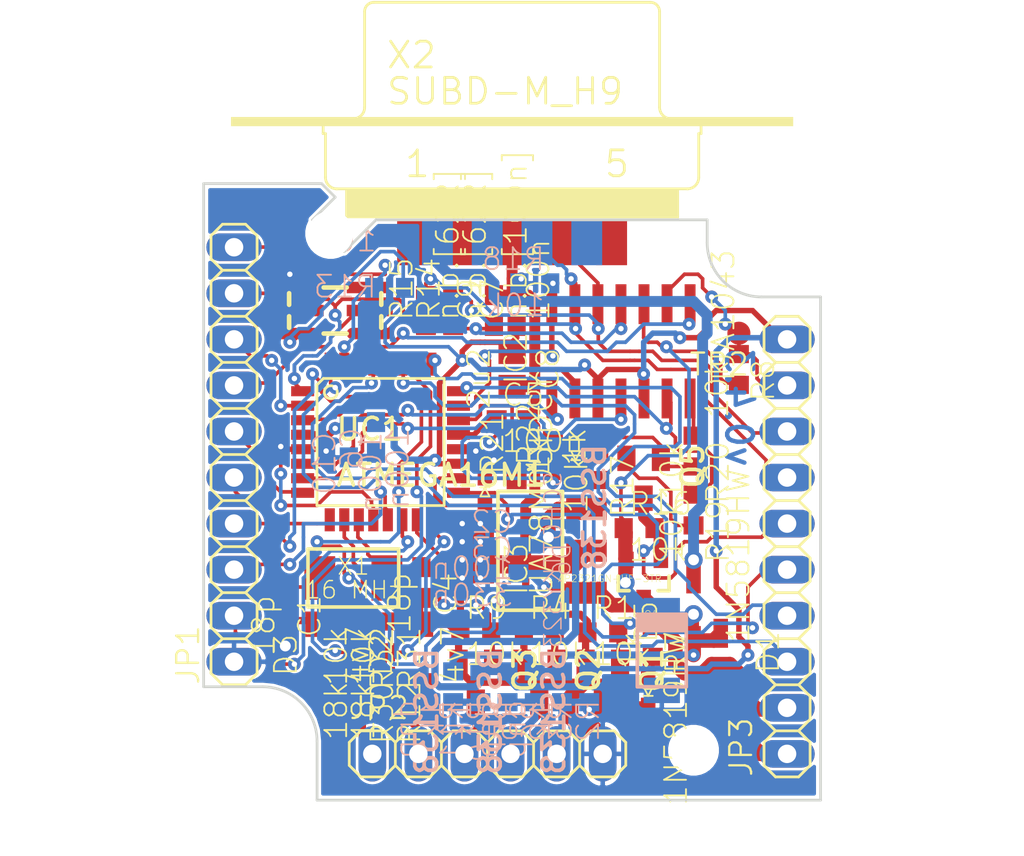
<source format=kicad_pcb>
(kicad_pcb (version 20171130) (host pcbnew 5.0.0-rc2-be01b52~65~ubuntu16.04.1)
  (layers (0 Top signal) (31 GND signal) (34 B.Paste user) (35 F.Paste user) (36 B.SilkS user) (37 F.SilkS user) (38 B.Mask user) (39 F.Mask user) (44 Edge.Cuts user))
  (net 0 "")
  (net 1 VIN_BUS)
  (net 2 GND)
  (net 3 OUT1)
  (net 4 OUT0)
  (net 5 RXD/SCK_A)
  (net 6 TXD/MOSI_A/OC0A/SS)
  (net 7 MISO_A/OC1A)
  (net 8 ~RESET~)
  (net 9 +5V)
  (net 10 CANH)
  (net 11 CANL)
  (net 12 VOUT_SW)
  (net 13 IN1)
  (net 14 IN0)
  (net 15 VIN_EXT)
  (net 16 PB0/MISO)
  (net 17 PB1/MOSI)
  (net 18 PB7/SCK)
  (net 19 D2A)
  (net 20 N$1)
  (net 21 N$2)
  (net 22 AREF)
  (net 23 CAN_TX)
  (net 24 CAN_RX)
  (net 25 SS_A/OC1B)
  (net 26 UC_IN0)
  (net 27 UC_IN1)
  (net 28 ~CAN_ERR~)
  (net 29 ~CAN_STB~)
  (net 30 CAN_EN)
  (net 31 VIN_RECT)
  (net 32 N$6)
  (net 33 INH)
  (net 34 N$4)
  (net 35 WAKE)
  (net 36 N$5)
  (net 37 OUT2)
  (net 38 PD5/ADC2)
  (net 39 PD6/ADC3)
  (net 40 PD7)
  (net 41 PD1)
  (net 42 PB6)
  (net 43 TESTLED2)
  (net 44 PD0)
  (net 45 N$3)
  (net 46 PC4)
  (net 47 N$8)
  (net 48 N$7)
  (net 49 N$9)
  (module "" (layer Top) (at 138.5011 90.7536)
    (fp_text reference @HOLE0 hide)
    (fp_text value "" (at 0 0) (layer F.SilkS) (effects (font (size 1.27 1.27))))
    (pad "" np_thru_hole circle (at 0 0) (size 2.5 2.5) (drill 2.5) (layers *.Cu))
  )
  (module "" (layer Top) (at 158.5011 119.2536)
    (fp_text reference @HOLE1 hide)
    (fp_text value "" (at 0 0) (layer F.SilkS) (effects (font (size 1.27 1.27))))
    (pad "" np_thru_hole circle (at 0 0) (size 2.5 2.5) (drill 2.5) (layers *.Cu))
  )
  (module TQFP32-08 (layer Top) (at 141.2511 102.2536)
    (fp_text reference UC1 (at -2.54 0) (layer F.SilkS) (effects (font (size 1.2065 1.2065) (thickness 0.1905)) (justify left bottom)))
    (fp_text value ATMEGA16M1 (at -2.54 2.54) (layer F.SilkS) (effects (font (size 1.2065 1.2065) (thickness 0.1905)) (justify left bottom)))
    (pad 32 smd rect (at -2.8 -4.2926) (size 0.5588 1.27) (layers Top F.Paste F.Mask) (net 41 PD1))
    (pad 31 smd rect (at -2 -4.2926) (size 0.5588 1.27) (layers Top F.Paste F.Mask) (net 8 ~RESET~))
    (pad 30 smd rect (at -1.2 -4.2926) (size 0.5588 1.27) (layers Top F.Paste F.Mask) (net 28 ~CAN_ERR~))
    (pad 29 smd rect (at -0.4 -4.2926) (size 0.5588 1.27) (layers Top F.Paste F.Mask) (net 44 PD0))
    (pad 28 smd rect (at 0.4 -4.2926) (size 0.5588 1.27) (layers Top F.Paste F.Mask) (net 18 PB7/SCK))
    (pad 27 smd rect (at 1.2 -4.2926) (size 0.5588 1.27) (layers Top F.Paste F.Mask) (net 42 PB6))
    (pad 26 smd rect (at 2 -4.2926) (size 0.5588 1.27) (layers Top F.Paste F.Mask) (net 27 UC_IN1))
    (pad 25 smd rect (at 2.8 -4.2926) (size 0.5588 1.27) (layers Top F.Paste F.Mask) (net 19 D2A))
    (pad 24 smd rect (at 4.2926 -2.8) (size 1.27 0.5588) (layers Top F.Paste F.Mask) (net 30 CAN_EN))
    (pad 23 smd rect (at 4.2926 -2) (size 1.27 0.5588) (layers Top F.Paste F.Mask) (net 29 ~CAN_STB~))
    (pad 22 smd rect (at 4.2926 -1.2) (size 1.27 0.5588) (layers Top F.Paste F.Mask) (net 43 TESTLED2))
    (pad 21 smd rect (at 4.2926 -0.4) (size 1.27 0.5588) (layers Top F.Paste F.Mask) (net 22 AREF))
    (pad 20 smd rect (at 4.2926 0.4) (size 1.27 0.5588) (layers Top F.Paste F.Mask) (net 2 GND))
    (pad 19 smd rect (at 4.2926 1.2) (size 1.27 0.5588) (layers Top F.Paste F.Mask) (net 9 +5V))
    (pad 18 smd rect (at 4.2926 2) (size 1.27 0.5588) (layers Top F.Paste F.Mask) (net 48 N$7))
    (pad 17 smd rect (at 4.2926 2.8) (size 1.27 0.5588) (layers Top F.Paste F.Mask) (net 46 PC4))
    (pad 16 smd rect (at 2.8 4.2926) (size 0.5588 1.27) (layers Top F.Paste F.Mask) (net 26 UC_IN0))
    (pad 15 smd rect (at 2 4.2926) (size 0.5588 1.27) (layers Top F.Paste F.Mask) (net 40 PD7))
    (pad 14 smd rect (at 1.2 4.2926) (size 0.5588 1.27) (layers Top F.Paste F.Mask) (net 39 PD6/ADC3))
    (pad 13 smd rect (at 0.4 4.2926) (size 0.5588 1.27) (layers Top F.Paste F.Mask) (net 38 PD5/ADC2))
    (pad 12 smd rect (at -0.4 4.2926) (size 0.5588 1.27) (layers Top F.Paste F.Mask) (net 5 RXD/SCK_A))
    (pad 11 smd rect (at -1.2 4.2926) (size 0.5588 1.27) (layers Top F.Paste F.Mask) (net 21 N$2))
    (pad 10 smd rect (at -2 4.2926) (size 0.5588 1.27) (layers Top F.Paste F.Mask) (net 20 N$1))
    (pad 9 smd rect (at -2.8 4.2926) (size 0.5588 1.27) (layers Top F.Paste F.Mask) (net 17 PB1/MOSI))
    (pad 8 smd rect (at -4.2926 2.8) (size 1.27 0.5588) (layers Top F.Paste F.Mask) (net 16 PB0/MISO))
    (pad 7 smd rect (at -4.2926 2) (size 1.27 0.5588) (layers Top F.Paste F.Mask) (net 24 CAN_RX))
    (pad 6 smd rect (at -4.2926 1.2) (size 1.27 0.5588) (layers Top F.Paste F.Mask) (net 23 CAN_TX))
    (pad 5 smd rect (at -4.2926 0.4) (size 1.27 0.5588) (layers Top F.Paste F.Mask) (net 2 GND))
    (pad 4 smd rect (at -4.2926 -0.4) (size 1.27 0.5588) (layers Top F.Paste F.Mask) (net 9 +5V))
    (pad 3 smd rect (at -4.2926 -1.2) (size 1.27 0.5588) (layers Top F.Paste F.Mask) (net 25 SS_A/OC1B))
    (pad 2 smd rect (at -4.2926 -2) (size 1.27 0.5588) (layers Top F.Paste F.Mask) (net 6 TXD/MOSI_A/OC0A/SS))
    (pad 1 smd rect (at -4.2926 -2.8) (size 1.27 0.5588) (layers Top F.Paste F.Mask) (net 7 MISO_A/OC1A))
  )
  (module SOT23C (layer Top) (at 153.5011 115.5036 180)
    (fp_text reference Q1 (at -2 2 270) (layer F.SilkS) (effects (font (size 1.2065 1.2065) (thickness 0.2032)) (justify right top)))
    (fp_text value BSS138 (at 2 2 90) (layer B.SilkS) (effects (font (size 1.2065 1.2065) (thickness 0.2032)) (justify left bottom mirror)))
    (pad 1 smd rect (at -0.95 1.1 180) (size 1 1.4) (layers Top F.Paste F.Mask) (net 42 PB6))
    (pad 2 smd rect (at 0.95 1.1 180) (size 1 1.4) (layers Top F.Paste F.Mask) (net 2 GND))
    (pad 3 smd rect (at 0 -1.1 180) (size 1 1.4) (layers Top F.Paste F.Mask) (net 4 OUT0))
  )
  (module R0603 (layer Top) (at 153.5011 112.7536)
    (fp_text reference R1 (at -0.635 -0.635) (layer F.SilkS) (effects (font (size 1.2065 1.2065) (thickness 0.1016)) (justify left bottom)))
    (fp_text value 10k (at -0.635 1.905) (layer F.SilkS) (effects (font (size 1.2065 1.2065) (thickness 0.1016)) (justify left bottom)))
    (pad 2 smd rect (at 0.85 0) (size 1 1.1) (layers Top F.Paste F.Mask) (net 42 PB6))
    (pad 1 smd rect (at -0.85 0) (size 1 1.1) (layers Top F.Paste F.Mask) (net 2 GND))
  )
  (module R0603 (layer GND) (at 152.7511 115.7536 90)
    (fp_text reference R2 (at -0.635 0.635 90) (layer B.SilkS) (effects (font (size 1.2065 1.2065) (thickness 0.1016)) (justify left bottom mirror)))
    (fp_text value 1k (at -0.635 -1.905 90) (layer B.SilkS) (effects (font (size 1.2065 1.2065) (thickness 0.1016)) (justify left bottom mirror)))
    (pad 2 smd rect (at 0.85 0 90) (size 1 1.1) (layers GND B.Paste B.Mask) (net 9 +5V))
    (pad 1 smd rect (at -0.85 0 90) (size 1 1.1) (layers GND B.Paste B.Mask) (net 4 OUT0))
  )
  (module R0603 (layer GND) (at 151.2511 115.7536 90)
    (fp_text reference R3 (at -0.635 0.635 90) (layer B.SilkS) (effects (font (size 1.2065 1.2065) (thickness 0.1016)) (justify left bottom mirror)))
    (fp_text value dnp (at -0.635 -1.905 90) (layer B.SilkS) (effects (font (size 1.2065 1.2065) (thickness 0.1016)) (justify left bottom mirror)))
    (pad 2 smd rect (at 0.85 0 90) (size 1 1.1) (layers GND B.Paste B.Mask) (net 31 VIN_RECT))
    (pad 1 smd rect (at -0.85 0 90) (size 1 1.1) (layers GND B.Paste B.Mask) (net 4 OUT0))
  )
  (module SOT23C (layer Top) (at 150.0011 115.5036 180)
    (fp_text reference Q2 (at -2 2 270) (layer F.SilkS) (effects (font (size 1.2065 1.2065) (thickness 0.2032)) (justify right top)))
    (fp_text value BSS138 (at 2 2 90) (layer B.SilkS) (effects (font (size 1.2065 1.2065) (thickness 0.2032)) (justify left bottom mirror)))
    (pad 1 smd rect (at -0.95 1.1 180) (size 1 1.4) (layers Top F.Paste F.Mask) (net 25 SS_A/OC1B))
    (pad 2 smd rect (at 0.95 1.1 180) (size 1 1.4) (layers Top F.Paste F.Mask) (net 2 GND))
    (pad 3 smd rect (at 0 -1.1 180) (size 1 1.4) (layers Top F.Paste F.Mask) (net 3 OUT1))
  )
  (module R0603 (layer Top) (at 150.0011 112.7536)
    (fp_text reference R4 (at -0.635 -0.635) (layer F.SilkS) (effects (font (size 1.2065 1.2065) (thickness 0.1016)) (justify left bottom)))
    (fp_text value 10k (at -0.635 1.905) (layer F.SilkS) (effects (font (size 1.2065 1.2065) (thickness 0.1016)) (justify left bottom)))
    (pad 2 smd rect (at 0.85 0) (size 1 1.1) (layers Top F.Paste F.Mask) (net 25 SS_A/OC1B))
    (pad 1 smd rect (at -0.85 0) (size 1 1.1) (layers Top F.Paste F.Mask) (net 2 GND))
  )
  (module R0603 (layer GND) (at 148.2511 115.7536 90)
    (fp_text reference R5 (at -0.635 0.635 90) (layer B.SilkS) (effects (font (size 1.2065 1.2065) (thickness 0.1016)) (justify left bottom mirror)))
    (fp_text value 1k (at -0.635 -1.905 90) (layer B.SilkS) (effects (font (size 1.2065 1.2065) (thickness 0.1016)) (justify left bottom mirror)))
    (pad 2 smd rect (at 0.85 0 90) (size 1 1.1) (layers GND B.Paste B.Mask) (net 9 +5V))
    (pad 1 smd rect (at -0.85 0 90) (size 1 1.1) (layers GND B.Paste B.Mask) (net 3 OUT1))
  )
  (module R0603 (layer GND) (at 149.7511 115.7536 90)
    (fp_text reference R6 (at -0.635 0.635 90) (layer B.SilkS) (effects (font (size 1.2065 1.2065) (thickness 0.1016)) (justify left bottom mirror)))
    (fp_text value dnp (at -0.635 -1.905 90) (layer B.SilkS) (effects (font (size 1.2065 1.2065) (thickness 0.1016)) (justify left bottom mirror)))
    (pad 2 smd rect (at 0.85 0 90) (size 1 1.1) (layers GND B.Paste B.Mask) (net 31 VIN_RECT))
    (pad 1 smd rect (at -0.85 0 90) (size 1 1.1) (layers GND B.Paste B.Mask) (net 3 OUT1))
  )
  (module 5.0X3.2 (layer Top) (at 139.7511 109.7536)
    (fp_text reference X1 (at 0 -0.1) (layer F.SilkS) (effects (font (size 0.95 0.95) (thickness 0.08)) (justify bottom)))
    (fp_text value "16 MHz" (at 0 0.1) (layer F.SilkS) (effects (font (size 0.95 0.95) (thickness 0.08)) (justify top)))
    (pad 2 smd rect (at 1.85 0) (size 1.7 2.5) (layers Top F.Paste F.Mask) (net 21 N$2))
    (pad 1 smd rect (at -1.85 0) (size 1.7 2.4) (layers Top F.Paste F.Mask) (net 20 N$1))
  )
  (module C0603 (layer Top) (at 136.0011 111.2536 270)
    (fp_text reference C1 (at -0.635 -0.635 270) (layer F.SilkS) (effects (font (size 1.2065 1.2065) (thickness 0.1016)) (justify right top)))
    (fp_text value 18p (at -0.635 1.905 270) (layer F.SilkS) (effects (font (size 1.2065 1.2065) (thickness 0.1016)) (justify right top)))
    (pad 2 smd rect (at 0.85 0 270) (size 1.1 1) (layers Top F.Paste F.Mask) (net 2 GND))
    (pad 1 smd rect (at -0.85 0 270) (size 1.1 1) (layers Top F.Paste F.Mask) (net 20 N$1))
  )
  (module C0603 (layer Top) (at 143.5011 110.0036 270)
    (fp_text reference C4 (at -0.635 -0.635 270) (layer F.SilkS) (effects (font (size 1.2065 1.2065) (thickness 0.1016)) (justify right top)))
    (fp_text value 18p (at -0.635 1.905 270) (layer F.SilkS) (effects (font (size 1.2065 1.2065) (thickness 0.1016)) (justify right top)))
    (pad 2 smd rect (at 0.85 0 270) (size 1.1 1) (layers Top F.Paste F.Mask) (net 2 GND))
    (pad 1 smd rect (at -0.85 0 270) (size 1.1 1) (layers Top F.Paste F.Mask) (net 21 N$2))
  )
  (module C0603 (layer Top) (at 148.5011 101.0036)
    (fp_text reference C5 (at -0.635 -0.635) (layer F.SilkS) (effects (font (size 1.2065 1.2065) (thickness 0.1016)) (justify left bottom)))
    (fp_text value 100n (at -0.635 1.905) (layer F.SilkS) (effects (font (size 1.2065 1.2065) (thickness 0.1016)) (justify left bottom)))
    (pad 2 smd rect (at 0.85 0) (size 1.1 1) (layers Top F.Paste F.Mask) (net 2 GND))
    (pad 1 smd rect (at -0.85 0) (size 1.1 1) (layers Top F.Paste F.Mask) (net 22 AREF))
  )
  (module C0603 (layer GND) (at 141.0011 102.0036 270)
    (fp_text reference C6 (at -0.635 0.635 270) (layer B.SilkS) (effects (font (size 1.2065 1.2065) (thickness 0.1016)) (justify left bottom mirror)))
    (fp_text value 100n (at -0.635 -1.905 270) (layer B.SilkS) (effects (font (size 1.2065 1.2065) (thickness 0.1016)) (justify left bottom mirror)))
    (pad 2 smd rect (at 0.85 0 270) (size 1.1 1) (layers GND B.Paste B.Mask) (net 2 GND))
    (pad 1 smd rect (at -0.85 0 270) (size 1.1 1) (layers GND B.Paste B.Mask) (net 9 +5V))
  )
  (module R0603 (layer GND) (at 141.7511 93.7536)
    (fp_text reference R13 (at -0.635 0.635) (layer B.SilkS) (effects (font (size 1.2065 1.2065) (thickness 0.1016)) (justify left bottom mirror)))
    (fp_text value 10k (at -0.635 -1.905) (layer B.SilkS) (effects (font (size 1.2065 1.2065) (thickness 0.1016)) (justify left bottom mirror)))
    (pad 2 smd rect (at 0.85 0) (size 1 1.1) (layers GND B.Paste B.Mask) (net 9 +5V))
    (pad 1 smd rect (at -0.85 0) (size 1 1.1) (layers GND B.Paste B.Mask) (net 8 ~RESET~))
  )
  (module SO14 (layer Top) (at 154.5011 97.2536)
    (fp_text reference IC2 (at -5.08 1.905 90) (layer F.SilkS) (effects (font (size 1.2065 1.2065) (thickness 0.1016)) (justify left bottom)))
    (fp_text value TJA1043 (at 6.35 1.905 90) (layer F.SilkS) (effects (font (size 1.2065 1.2065) (thickness 0.1016)) (justify left bottom)))
    (pad 8 smd rect (at 3.81 -2.6) (size 0.6 2.2) (layers Top F.Paste F.Mask) (net 28 ~CAN_ERR~))
    (pad 10 smd rect (at 1.27 -2.6) (size 0.6 2.2) (layers Top F.Paste F.Mask) (net 31 VIN_RECT))
    (pad 7 smd rect (at 3.81 2.6) (size 0.6 2.2) (layers Top F.Paste F.Mask) (net 36 N$5))
    (pad 5 smd rect (at 1.27 2.6) (size 0.6 2.2) (layers Top F.Paste F.Mask) (net 9 +5V))
    (pad 9 smd rect (at 2.54 -2.6) (size 0.6 2.2) (layers Top F.Paste F.Mask) (net 35 WAKE))
    (pad 6 smd rect (at 2.54 2.6) (size 0.6 2.2) (layers Top F.Paste F.Mask) (net 30 CAN_EN))
    (pad 11 smd rect (at 0 -2.6) (size 0.6 2.2) (layers Top F.Paste F.Mask) (net 34 N$4))
    (pad 12 smd rect (at -1.27 -2.6) (size 0.6 2.2) (layers Top F.Paste F.Mask) (net 11 CANL))
    (pad 14 smd rect (at -3.81 -2.6) (size 0.6 2.2) (layers Top F.Paste F.Mask) (net 29 ~CAN_STB~))
    (pad 4 smd rect (at 0 2.6) (size 0.6 2.2) (layers Top F.Paste F.Mask) (net 24 CAN_RX))
    (pad 3 smd rect (at -1.27 2.6) (size 0.6 2.2) (layers Top F.Paste F.Mask) (net 9 +5V))
    (pad 1 smd rect (at -3.81 2.6) (size 0.6 2.2) (layers Top F.Paste F.Mask) (net 23 CAN_TX))
    (pad 13 smd rect (at -2.54 -2.6) (size 0.6 2.2) (layers Top F.Paste F.Mask) (net 10 CANH))
    (pad 2 smd rect (at -2.54 2.6) (size 0.6 2.2) (layers Top F.Paste F.Mask) (net 2 GND))
  )
  (module R0603 (layer Top) (at 145.2511 95.0036 90)
    (fp_text reference R14 (at -0.635 -0.635 90) (layer F.SilkS) (effects (font (size 1.2065 1.2065) (thickness 0.1016)) (justify left bottom)))
    (fp_text value n.b.[62R] (at -0.635 1.905 90) (layer F.SilkS) (effects (font (size 1.2065 1.2065) (thickness 0.1016)) (justify left bottom)))
    (pad 2 smd rect (at 0.85 0 90) (size 1 1.1) (layers Top F.Paste F.Mask) (net 10 CANH))
    (pad 1 smd rect (at -0.85 0 90) (size 1 1.1) (layers Top F.Paste F.Mask) (net 34 N$4))
  )
  (module R0603 (layer Top) (at 143.7511 95.0036 90)
    (fp_text reference R15 (at -0.635 -0.635 90) (layer F.SilkS) (effects (font (size 1.2065 1.2065) (thickness 0.1016)) (justify left bottom)))
    (fp_text value n.b.[62R] (at -0.635 1.905 90) (layer F.SilkS) (effects (font (size 1.2065 1.2065) (thickness 0.1016)) (justify left bottom)))
    (pad 2 smd rect (at 0.85 0 90) (size 1 1.1) (layers Top F.Paste F.Mask) (net 11 CANL))
    (pad 1 smd rect (at -0.85 0 90) (size 1 1.1) (layers Top F.Paste F.Mask) (net 34 N$4))
  )
  (module C0603 (layer Top) (at 148.7511 95.0036 90)
    (fp_text reference C7 (at -0.635 -0.635 90) (layer F.SilkS) (effects (font (size 1.2065 1.2065) (thickness 0.1016)) (justify left bottom)))
    (fp_text value 100n (at -0.635 1.905 90) (layer F.SilkS) (effects (font (size 1.2065 1.2065) (thickness 0.1016)) (justify left bottom)))
    (pad 2 smd rect (at 0.85 0 90) (size 1.1 1) (layers Top F.Paste F.Mask) (net 2 GND))
    (pad 1 smd rect (at -0.85 0 90) (size 1.1 1) (layers Top F.Paste F.Mask) (net 9 +5V))
  )
  (module SOT23C (layer Top) (at 155.7511 104.2536 180)
    (fp_text reference Q5 (at -2 2 270) (layer F.SilkS) (effects (font (size 1.2065 1.2065) (thickness 0.2032)) (justify right top)))
    (fp_text value BSS138 (at 2 2 90) (layer B.SilkS) (effects (font (size 1.2065 1.2065) (thickness 0.2032)) (justify left bottom mirror)))
    (pad 1 smd rect (at -0.95 1.1 180) (size 1 1.4) (layers Top F.Paste F.Mask) (net 33 INH))
    (pad 2 smd rect (at 0.95 1.1 180) (size 1 1.4) (layers Top F.Paste F.Mask) (net 2 GND))
    (pad 3 smd rect (at 0 -1.1 180) (size 1 1.4) (layers Top F.Paste F.Mask) (net 32 N$6))
  )
  (module R0603 (layer Top) (at 155.5011 107.0036)
    (fp_text reference R16 (at -0.635 -0.635) (layer F.SilkS) (effects (font (size 1.2065 1.2065) (thickness 0.1016)) (justify left bottom)))
    (fp_text value 10k (at -0.635 1.905) (layer F.SilkS) (effects (font (size 1.2065 1.2065) (thickness 0.1016)) (justify left bottom)))
    (pad 2 smd rect (at 0.85 0) (size 1 1.1) (layers Top F.Paste F.Mask) (net 32 N$6))
    (pad 1 smd rect (at -0.85 0) (size 1 1.1) (layers Top F.Paste F.Mask) (net 31 VIN_RECT))
  )
  (module R0603 (layer Top) (at 153.2511 103.5036 270)
    (fp_text reference R17 (at -0.635 -0.635 270) (layer F.SilkS) (effects (font (size 1.2065 1.2065) (thickness 0.1016)) (justify right top)))
    (fp_text value 10k (at -0.635 1.905 270) (layer F.SilkS) (effects (font (size 1.2065 1.2065) (thickness 0.1016)) (justify right top)))
    (pad 2 smd rect (at 0.85 0 270) (size 1 1.1) (layers Top F.Paste F.Mask) (net 2 GND))
    (pad 1 smd rect (at -0.85 0 270) (size 1 1.1) (layers Top F.Paste F.Mask) (net 33 INH))
  )
  (module R0603 (layer GND) (at 149.7511 93.5036 180)
    (fp_text reference R18 (at -0.635 0.635 180) (layer B.SilkS) (effects (font (size 1.2065 1.2065) (thickness 0.1016)) (justify left bottom mirror)))
    (fp_text value 10k (at -0.635 -1.905 180) (layer B.SilkS) (effects (font (size 1.2065 1.2065) (thickness 0.1016)) (justify left bottom mirror)))
    (pad 2 smd rect (at 0.85 0 180) (size 1 1.1) (layers GND B.Paste B.Mask) (net 2 GND))
    (pad 1 smd rect (at -0.85 0 180) (size 1 1.1) (layers GND B.Paste B.Mask) (net 29 ~CAN_STB~))
  )
  (module R0603 (layer Top) (at 158.5011 106.0036 270)
    (fp_text reference R19 (at -0.635 -0.635 270) (layer F.SilkS) (effects (font (size 1.2065 1.2065) (thickness 0.1016)) (justify right top)))
    (fp_text value 10k (at -0.635 1.905 270) (layer F.SilkS) (effects (font (size 1.2065 1.2065) (thickness 0.1016)) (justify right top)))
    (pad 2 smd rect (at 0.85 0 270) (size 1 1.1) (layers Top F.Paste F.Mask) (net 2 GND))
    (pad 1 smd rect (at -0.85 0 270) (size 1 1.1) (layers Top F.Paste F.Mask) (net 30 CAN_EN))
  )
  (module R0603 (layer Top) (at 158.5011 102.7536 270)
    (fp_text reference R20 (at -0.635 -0.635 270) (layer F.SilkS) (effects (font (size 1.2065 1.2065) (thickness 0.1016)) (justify right top)))
    (fp_text value 10k (at -0.635 1.905 270) (layer F.SilkS) (effects (font (size 1.2065 1.2065) (thickness 0.1016)) (justify right top)))
    (pad 2 smd rect (at 0.85 0 270) (size 1 1.1) (layers Top F.Paste F.Mask) (net 33 INH))
    (pad 1 smd rect (at -0.85 0 270) (size 1 1.1) (layers Top F.Paste F.Mask) (net 36 N$5))
  )
  (module C0603 (layer Top) (at 147.5011 95.0036 90)
    (fp_text reference C9 (at -0.635 -0.635 90) (layer F.SilkS) (effects (font (size 1.2065 1.2065) (thickness 0.1016)) (justify left bottom)))
    (fp_text value n.b.[100n] (at -0.635 1.905 90) (layer F.SilkS) (effects (font (size 1.2065 1.2065) (thickness 0.1016)) (justify left bottom)))
    (pad 2 smd rect (at 0.85 0 90) (size 1.1 1) (layers Top F.Paste F.Mask) (net 2 GND))
    (pad 1 smd rect (at -0.85 0 90) (size 1.1 1) (layers Top F.Paste F.Mask) (net 34 N$4))
  )
  (module SOD123 (layer Top) (at 160.0011 114.5036 270)
    (fp_text reference D1 (at -1.905 -1.905 270) (layer F.SilkS) (effects (font (size 1.2065 1.2065) (thickness 0.1016)) (justify right top)))
    (fp_text value 1N5819HW (at -1.905 3.175 270) (layer F.SilkS) (effects (font (size 1.2065 1.2065) (thickness 0.1016)) (justify right top)))
    (pad A smd rect (at 1.7 0 270) (size 1.6 0.8) (layers Top F.Paste F.Mask) (net 15 VIN_EXT))
    (pad C smd rect (at -1.7 0 270) (size 1.6 0.8) (layers Top F.Paste F.Mask) (net 31 VIN_RECT))
  )
  (module SOD80 (layer Top) (at 143.2511 114.0036 90)
    (fp_text reference D2 (at 0 -1.27 90) (layer F.SilkS) (effects (font (size 1.2065 1.2065) (thickness 0.1016)) (justify bottom)))
    (fp_text value 4v7 (at 0 1.27 90) (layer F.SilkS) (effects (font (size 1.2065 1.2065) (thickness 0.1016)) (justify top)))
    (pad A smd rect (at 1.7 0 90) (size 1.4 1.8) (layers Top F.Paste F.Mask) (net 2 GND))
    (pad C smd rect (at -1.7 0 90) (size 1.4 1.8) (layers Top F.Paste F.Mask) (net 26 UC_IN0))
  )
  (module R0603 (layer Top) (at 141.5011 116.0036 270)
    (fp_text reference R12 (at -0.635 -0.635 270) (layer F.SilkS) (effects (font (size 1.2065 1.2065) (thickness 0.1016)) (justify right top)))
    (fp_text value 18k (at -0.635 1.905 270) (layer F.SilkS) (effects (font (size 1.2065 1.2065) (thickness 0.1016)) (justify right top)))
    (pad 2 smd rect (at 0.85 0 270) (size 1 1.1) (layers Top F.Paste F.Mask) (net 14 IN0))
    (pad 1 smd rect (at -0.85 0 270) (size 1 1.1) (layers Top F.Paste F.Mask) (net 26 UC_IN0))
  )
  (module SOD80 (layer Top) (at 138.0011 114.0036 90)
    (fp_text reference D3 (at 0 -1.27 90) (layer F.SilkS) (effects (font (size 1.2065 1.2065) (thickness 0.1016)) (justify bottom)))
    (fp_text value 4v7 (at 0 1.27 90) (layer F.SilkS) (effects (font (size 1.2065 1.2065) (thickness 0.1016)) (justify top)))
    (pad A smd rect (at 1.7 0 90) (size 1.4 1.8) (layers Top F.Paste F.Mask) (net 2 GND))
    (pad C smd rect (at -1.7 0 90) (size 1.4 1.8) (layers Top F.Paste F.Mask) (net 27 UC_IN1))
  )
  (module R0603 (layer Top) (at 140.0011 116.0036 270)
    (fp_text reference R30 (at -0.635 -0.635 270) (layer F.SilkS) (effects (font (size 1.2065 1.2065) (thickness 0.1016)) (justify right top)))
    (fp_text value 18k (at -0.635 1.905 270) (layer F.SilkS) (effects (font (size 1.2065 1.2065) (thickness 0.1016)) (justify right top)))
    (pad 2 smd rect (at 0.85 0 270) (size 1 1.1) (layers Top F.Paste F.Mask) (net 13 IN1))
    (pad 1 smd rect (at -0.85 0 270) (size 1 1.1) (layers Top F.Paste F.Mask) (net 27 UC_IN1))
  )
  (module R0603 (layer Top) (at 141.5011 113.0036 270)
    (fp_text reference R31 (at -0.635 -0.635 270) (layer F.SilkS) (effects (font (size 1.2065 1.2065) (thickness 0.1016)) (justify right top)))
    (fp_text value 10k (at -0.635 1.905 270) (layer F.SilkS) (effects (font (size 1.2065 1.2065) (thickness 0.1016)) (justify right top)))
    (pad 2 smd rect (at 0.85 0 270) (size 1 1.1) (layers Top F.Paste F.Mask) (net 26 UC_IN0))
    (pad 1 smd rect (at -0.85 0 270) (size 1 1.1) (layers Top F.Paste F.Mask) (net 2 GND))
  )
  (module R0603 (layer Top) (at 140.0011 113.0036 270)
    (fp_text reference R32 (at -0.635 -0.635 270) (layer F.SilkS) (effects (font (size 1.2065 1.2065) (thickness 0.1016)) (justify right top)))
    (fp_text value 10k (at -0.635 1.905 270) (layer F.SilkS) (effects (font (size 1.2065 1.2065) (thickness 0.1016)) (justify right top)))
    (pad 2 smd rect (at 0.85 0 270) (size 1 1.1) (layers Top F.Paste F.Mask) (net 27 UC_IN1))
    (pad 1 smd rect (at -0.85 0 270) (size 1 1.1) (layers Top F.Paste F.Mask) (net 2 GND))
  )
  (module B1,27 (layer Top) (at 161.0011 96.2536 180)
    (fp_text reference TP2 (at -0.635 -1.016 180) (layer F.SilkS) (effects (font (size 1.2065 1.2065) (thickness 0.127)) (justify right top)))
    (fp_text value PTR1B1,27 (at -0.635 0.762 180) (layer F.SilkS) (effects (font (size 0.02413 0.02413) (thickness 0.002032)) (justify right top)))
    (pad TP smd circle (at 0 0 180) (size 1.27 1.27) (layers Top F.Paste F.Mask) (net 35 WAKE))
  )
  (module R0603 (layer Top) (at 161.0011 98.2536 270)
    (fp_text reference R8 (at -0.635 -0.635 270) (layer F.SilkS) (effects (font (size 1.2065 1.2065) (thickness 0.1016)) (justify right top)))
    (fp_text value 10k (at -0.635 1.905 270) (layer F.SilkS) (effects (font (size 1.2065 1.2065) (thickness 0.1016)) (justify right top)))
    (pad 2 smd rect (at 0.85 0 270) (size 1 1.1) (layers Top F.Paste F.Mask) (net 31 VIN_RECT))
    (pad 1 smd rect (at -0.85 0 270) (size 1 1.1) (layers Top F.Paste F.Mask) (net 35 WAKE))
  )
  (module C0805 (layer Top) (at 148.5011 98.2536 270)
    (fp_text reference C8 (at -1.27 -1.27 270) (layer F.SilkS) (effects (font (size 1.2065 1.2065) (thickness 0.1016)) (justify right top)))
    (fp_text value 2u2 (at -1.27 2.54 270) (layer F.SilkS) (effects (font (size 1.2065 1.2065) (thickness 0.1016)) (justify right top)))
    (pad 2 smd rect (at 0.95 0 270) (size 1.3 1.5) (layers Top F.Paste F.Mask) (net 2 GND))
    (pad 1 smd rect (at -0.95 0 270) (size 1.3 1.5) (layers Top F.Paste F.Mask) (net 9 +5V))
  )
  (module SOD123 (layer Top) (at 158.5011 111.5036 90)
    (fp_text reference D5 (at -1.905 -1.905 90) (layer F.SilkS) (effects (font (size 1.2065 1.2065) (thickness 0.1016)) (justify left bottom)))
    (fp_text value 1N5819HW (at -1.905 3.175 90) (layer F.SilkS) (effects (font (size 1.2065 1.2065) (thickness 0.1016)) (justify left bottom)))
    (pad A smd rect (at 1.7 0 90) (size 1.6 0.8) (layers Top F.Paste F.Mask) (net 1 VIN_BUS))
    (pad C smd rect (at -1.7 0 90) (size 1.6 0.8) (layers Top F.Paste F.Mask) (net 31 VIN_RECT))
  )
  (module SOT23C (layer Top) (at 146.5011 115.5036 180)
    (fp_text reference Q3 (at -2 2 270) (layer F.SilkS) (effects (font (size 1.2065 1.2065) (thickness 0.2032)) (justify right top)))
    (fp_text value BSS138 (at 2 2 90) (layer B.SilkS) (effects (font (size 1.2065 1.2065) (thickness 0.2032)) (justify left bottom mirror)))
    (pad 1 smd rect (at -0.95 1.1 180) (size 1 1.4) (layers Top F.Paste F.Mask) (net 40 PD7))
    (pad 2 smd rect (at 0.95 1.1 180) (size 1 1.4) (layers Top F.Paste F.Mask) (net 2 GND))
    (pad 3 smd rect (at 0 -1.1 180) (size 1 1.4) (layers Top F.Paste F.Mask) (net 37 OUT2))
  )
  (module R0603 (layer Top) (at 146.5011 112.7536)
    (fp_text reference R9 (at -0.635 -0.635) (layer F.SilkS) (effects (font (size 1.2065 1.2065) (thickness 0.1016)) (justify left bottom)))
    (fp_text value 10k (at -0.635 1.905) (layer F.SilkS) (effects (font (size 1.2065 1.2065) (thickness 0.1016)) (justify left bottom)))
    (pad 2 smd rect (at 0.85 0) (size 1 1.1) (layers Top F.Paste F.Mask) (net 40 PD7))
    (pad 1 smd rect (at -0.85 0) (size 1 1.1) (layers Top F.Paste F.Mask) (net 2 GND))
  )
  (module R0603 (layer GND) (at 146.7511 115.7536 90)
    (fp_text reference R10 (at -0.635 0.635 90) (layer B.SilkS) (effects (font (size 1.2065 1.2065) (thickness 0.1016)) (justify left bottom mirror)))
    (fp_text value 1k (at -0.635 -1.905 90) (layer B.SilkS) (effects (font (size 1.2065 1.2065) (thickness 0.1016)) (justify left bottom mirror)))
    (pad 2 smd rect (at 0.85 0 90) (size 1 1.1) (layers GND B.Paste B.Mask) (net 9 +5V))
    (pad 1 smd rect (at -0.85 0 90) (size 1 1.1) (layers GND B.Paste B.Mask) (net 37 OUT2))
  )
  (module R0603 (layer GND) (at 145.2511 115.7536 90)
    (fp_text reference R11 (at -0.635 0.635 90) (layer B.SilkS) (effects (font (size 1.2065 1.2065) (thickness 0.1016)) (justify left bottom mirror)))
    (fp_text value dnp (at -0.635 -1.905 90) (layer B.SilkS) (effects (font (size 1.2065 1.2065) (thickness 0.1016)) (justify left bottom mirror)))
    (pad 2 smd rect (at 0.85 0 90) (size 1 1.1) (layers GND B.Paste B.Mask) (net 31 VIN_RECT))
    (pad 1 smd rect (at -0.85 0 90) (size 1 1.1) (layers GND B.Paste B.Mask) (net 37 OUT2))
  )
  (module R0603 (layer Top) (at 150.7511 103.0036 90)
    (fp_text reference R22 (at -0.635 -0.635 90) (layer F.SilkS) (effects (font (size 1.2065 1.2065) (thickness 0.1016)) (justify left bottom)))
    (fp_text value 1k (at -0.635 1.905 90) (layer F.SilkS) (effects (font (size 1.2065 1.2065) (thickness 0.1016)) (justify left bottom)))
    (pad 2 smd rect (at 0.85 0 90) (size 1 1.1) (layers Top F.Paste F.Mask) (net 45 N$3))
    (pad 1 smd rect (at -0.85 0 90) (size 1 1.1) (layers Top F.Paste F.Mask) (net 43 TESTLED2))
  )
  (module 2X3-1.27 (layer Top) (at 138.7511 95.0036 90)
    (fp_text reference J2 hide)
    (fp_text value AVRSPI-61.27 hide)
    (pad 5 smd rect (at 1.27 1.905 270) (size 0.635 2.54) (layers Top F.Paste F.Mask) (net 8 ~RESET~))
    (pad 3 smd rect (at 0 1.905 270) (size 0.635 2.54) (layers Top F.Paste F.Mask) (net 5 RXD/SCK_A))
    (pad 1 smd oval (at -1.27 1.905 270) (size 0.635 2.54) (layers Top F.Paste F.Mask) (net 7 MISO_A/OC1A))
    (pad 6 smd rect (at 1.27 -1.905 270) (size 0.635 2.54) (layers Top F.Paste F.Mask) (net 2 GND))
    (pad 4 smd rect (at 0 -1.905 90) (size 0.635 2.54) (layers Top F.Paste F.Mask) (net 6 TXD/MOSI_A/OC0A/SS))
    (pad 2 smd rect (at -1.27 -1.905 270) (size 0.635 2.54) (layers Top F.Paste F.Mask) (net 9 +5V))
  )
  (module 1X10 (layer Top) (at 133.1761 102.9436 90)
    (fp_text reference JP1 (at -12.7762 -1.8288 90) (layer F.SilkS) (effects (font (size 1.2065 1.2065) (thickness 0.127)) (justify left bottom)))
    (fp_text value "" (at -12.7 3.175 90) (layer F.SilkS) (effects (font (size 1.2065 1.2065) (thickness 0.1016)) (justify left bottom)))
    (pad 10 thru_hole oval (at 11.43 0 180) (size 3.048 1.524) (drill 1.016) (layers *.Cu *.Mask) (net 8 ~RESET~))
    (pad 9 thru_hole oval (at 8.89 0 180) (size 3.048 1.524) (drill 1.016) (layers *.Cu *.Mask) (net 7 MISO_A/OC1A))
    (pad 8 thru_hole oval (at 6.35 0 180) (size 3.048 1.524) (drill 1.016) (layers *.Cu *.Mask) (net 6 TXD/MOSI_A/OC0A/SS))
    (pad 7 thru_hole oval (at 3.81 0 180) (size 3.048 1.524) (drill 1.016) (layers *.Cu *.Mask) (net 5 RXD/SCK_A))
    (pad 6 thru_hole oval (at 1.27 0 180) (size 3.048 1.524) (drill 1.016) (layers *.Cu *.Mask) (net 16 PB0/MISO))
    (pad 5 thru_hole oval (at -1.27 0 180) (size 3.048 1.524) (drill 1.016) (layers *.Cu *.Mask) (net 17 PB1/MOSI))
    (pad 4 thru_hole oval (at -3.81 0 180) (size 3.048 1.524) (drill 1.016) (layers *.Cu *.Mask) (net 18 PB7/SCK))
    (pad 3 thru_hole oval (at -6.35 0 180) (size 3.048 1.524) (drill 1.016) (layers *.Cu *.Mask) (net 38 PD5/ADC2))
    (pad 2 thru_hole oval (at -8.89 0 180) (size 3.048 1.524) (drill 1.016) (layers *.Cu *.Mask) (net 39 PD6/ADC3))
    (pad 1 thru_hole oval (at -11.43 0 180) (size 3.048 1.524) (drill 1.016) (layers *.Cu *.Mask) (net 2 GND))
  )
  (module 1X10 (layer Top) (at 163.6561 108.0236 90)
    (fp_text reference JP3 (at -12.7762 -1.8288 90) (layer F.SilkS) (effects (font (size 1.2065 1.2065) (thickness 0.127)) (justify left bottom)))
    (fp_text value "" (at -12.7 3.175 90) (layer F.SilkS) (effects (font (size 1.2065 1.2065) (thickness 0.1016)) (justify left bottom)))
    (pad 10 thru_hole oval (at 11.43 0 180) (size 3.048 1.524) (drill 1.016) (layers *.Cu *.Mask) (net 9 +5V))
    (pad 9 thru_hole oval (at 8.89 0 180) (size 3.048 1.524) (drill 1.016) (layers *.Cu *.Mask) (net 35 WAKE))
    (pad 8 thru_hole oval (at 6.35 0 180) (size 3.048 1.524) (drill 1.016) (layers *.Cu *.Mask) (net 11 CANL))
    (pad 7 thru_hole oval (at 3.81 0 180) (size 3.048 1.524) (drill 1.016) (layers *.Cu *.Mask) (net 10 CANH))
    (pad 6 thru_hole oval (at 1.27 0 180) (size 3.048 1.524) (drill 1.016) (layers *.Cu *.Mask) (net 44 PD0))
    (pad 5 thru_hole oval (at -1.27 0 180) (size 3.048 1.524) (drill 1.016) (layers *.Cu *.Mask) (net 41 PD1))
    (pad 4 thru_hole oval (at -3.81 0 180) (size 3.048 1.524) (drill 1.016) (layers *.Cu *.Mask) (net 19 D2A))
    (pad 3 thru_hole oval (at -6.35 0 180) (size 3.048 1.524) (drill 1.016) (layers *.Cu *.Mask) (net 46 PC4))
    (pad 2 thru_hole oval (at -8.89 0 180) (size 3.048 1.524) (drill 1.016) (layers *.Cu *.Mask) (net 12 VOUT_SW))
    (pad 1 thru_hole oval (at -11.43 0 180) (size 3.048 1.524) (drill 1.016) (layers *.Cu *.Mask) (net 15 VIN_EXT))
  )
  (module LED0603 (layer Top) (at 152.0011 103.0036 270)
    (fp_text reference LED2 hide)
    (fp_text value blue hide)
    (pad C smd rect (at 0.75 0 270) (size 0.8 0.8) (layers Top F.Paste F.Mask) (net 2 GND))
    (pad A smd rect (at -0.75 0 270) (size 0.8 0.8) (layers Top F.Paste F.Mask) (net 45 N$3))
  )
  (module C0603 (layer GND) (at 139.5011 102.2536 270)
    (fp_text reference C10 (at -0.635 0.635 270) (layer B.SilkS) (effects (font (size 1.2065 1.2065) (thickness 0.1016)) (justify left bottom mirror)))
    (fp_text value 100n (at -0.635 -1.905 270) (layer B.SilkS) (effects (font (size 1.2065 1.2065) (thickness 0.1016)) (justify left bottom mirror)))
    (pad 2 smd rect (at 0.85 0 270) (size 1.1 1) (layers GND B.Paste B.Mask) (net 2 GND))
    (pad 1 smd rect (at -0.85 0 270) (size 1.1 1) (layers GND B.Paste B.Mask) (net 9 +5V))
  )
  (module SOD323 (layer GND) (at 151.0011 108.7536 90)
    (fp_text reference D6 (at 0 0.8 90) (layer B.SilkS) (effects (font (size 0.95 0.95) (thickness 0.08)) (justify bottom mirror)))
    (fp_text value SCHOTTKY323 (at 0 -0.8 90) (layer B.SilkS) (effects (font (size 0.95 0.95) (thickness 0.08)) (justify top mirror)))
    (pad A smd rect (at 1.1 0 90) (size 1 0.6) (layers GND B.Paste B.Mask) (net 9 +5V))
    (pad C smd rect (at -1.1 0 90) (size 1 0.6) (layers GND B.Paste B.Mask) (net 12 VOUT_SW))
  )
  (module FIDUCIAL_R (layer Top) (at 160.7311 105.7136)
    (fp_text reference U$2 hide)
    (fp_text value "" hide)
  )
  (module LED0603 (layer Top) (at 156.0011 116.0036 270)
    (fp_text reference LED3 hide)
    (fp_text value red hide)
    (pad C smd rect (at 0.75 0 270) (size 0.8 0.8) (layers Top F.Paste F.Mask) (net 2 GND))
    (pad A smd rect (at -0.75 0 270) (size 0.8 0.8) (layers Top F.Paste F.Mask) (net 47 N$8))
  )
  (module R0603 (layer Top) (at 156.2511 113.2536 270)
    (fp_text reference R7 (at -0.635 -0.635 270) (layer F.SilkS) (effects (font (size 1.2065 1.2065) (thickness 0.1016)) (justify right top)))
    (fp_text value 1k (at -0.635 1.905 270) (layer F.SilkS) (effects (font (size 1.2065 1.2065) (thickness 0.1016)) (justify right top)))
    (pad 2 smd rect (at 0.85 0 270) (size 1 1.1) (layers Top F.Paste F.Mask) (net 47 N$8))
    (pad 1 smd rect (at -0.85 0 270) (size 1 1.1) (layers Top F.Paste F.Mask) (net 12 VOUT_SW))
  )
  (module FIDUCIAL_R (layer GND) (at 160.5011 110.0036 180)
    (fp_text reference U$4 hide)
    (fp_text value "" hide)
  )
  (module FIDUCIAL_R (layer Top) (at 156.7511 91.7536)
    (fp_text reference U$5 hide)
    (fp_text value "" hide)
  )
  (module FIDUCIAL_R (layer GND) (at 135.2511 89.5036 180)
    (fp_text reference U$6 hide)
    (fp_text value "" hide)
  )
  (module 1X06 (layer Top) (at 147.1461 119.4536)
    (fp_text reference JP2 (at -7.6962 -1.8288) (layer F.SilkS) (effects (font (size 1.2065 1.2065) (thickness 0.127)) (justify left bottom)))
    (fp_text value "" (at -7.62 3.175) (layer F.SilkS) (effects (font (size 1.2065 1.2065) (thickness 0.1016)) (justify left bottom)))
    (pad 6 thru_hole oval (at 6.35 0 90) (size 3.048 1.524) (drill 1.016) (layers *.Cu *.Mask) (net 2 GND))
    (pad 5 thru_hole oval (at 3.81 0 90) (size 3.048 1.524) (drill 1.016) (layers *.Cu *.Mask) (net 4 OUT0))
    (pad 4 thru_hole oval (at 1.27 0 90) (size 3.048 1.524) (drill 1.016) (layers *.Cu *.Mask) (net 3 OUT1))
    (pad 3 thru_hole oval (at -1.27 0 90) (size 3.048 1.524) (drill 1.016) (layers *.Cu *.Mask) (net 37 OUT2))
    (pad 2 thru_hole oval (at -3.81 0 90) (size 3.048 1.524) (drill 1.016) (layers *.Cu *.Mask) (net 14 IN0))
    (pad 1 thru_hole oval (at -6.35 0 90) (size 3.048 1.524) (drill 1.016) (layers *.Cu *.Mask) (net 13 IN1))
  )
  (module SOT23-3 (layer Top) (at 155.7511 109.7536 180)
    (fp_text reference Q4 (at -0.8255 -1.778 180) (layer F.SilkS) (effects (font (size 0.38608 0.38608) (thickness 0.032512)) (justify right top)))
    (fp_text value AP2321GN-HF-3TR (at -1.016 0.1905 180) (layer F.SilkS) (effects (font (size 0.38608 0.38608) (thickness 0.032512)) (justify right top)))
    (pad 1 smd rect (at -0.95 1 180) (size 0.8 0.9) (layers Top F.Paste F.Mask) (net 32 N$6))
    (pad 2 smd rect (at 0.95 1 180) (size 0.8 0.9) (layers Top F.Paste F.Mask) (net 31 VIN_RECT))
    (pad 3 smd rect (at 0 -1.1 180) (size 0.8 0.9) (layers Top F.Paste F.Mask) (net 12 VOUT_SW))
  )
  (module SOD-128 (layer GND) (at 156.7511 113.7536 180)
    (fp_text reference D4 hide)
    (fp_text value 16V hide)
    (pad A smd rect (at 0 -2.2 180) (size 2 1.4) (layers GND B.Paste B.Mask) (net 2 GND))
    (pad C smd rect (at 0 2.2 180) (size 2 1.4) (layers GND B.Paste B.Mask) (net 31 VIN_RECT))
  )
  (module SUBD9 (layer Top) (at 148.5011 85.7536)
    (fp_text reference X2 (at -7 -4) (layer F.SilkS) (effects (font (size 1.425 1.425)) (justify left bottom)))
    (fp_text value SUBD-M_H9 (at -7 -2) (layer F.SilkS) (effects (font (size 1.425 1.425)) (justify left bottom)))
    (fp_text user 5 (at 5 2) (layer F.SilkS) (effects (font (size 1.425 1.425)) (justify left bottom)))
    (fp_text user 1 (at -6 2) (layer F.SilkS) (effects (font (size 1.425 1.425)) (justify left bottom)))
    (pad 9 smd rect (at 4.1148 5.5) (size 1.7 2.5) (layers GND B.Paste B.Mask))
    (pad 8 smd rect (at 1.3716 5.5) (size 1.7 2.5) (layers GND B.Paste B.Mask) (net 10 CANH))
    (pad 7 smd rect (at -1.3716 5.5) (size 1.7 2.5) (layers GND B.Paste B.Mask))
    (pad 6 smd rect (at -4.1148 5.5) (size 1.7 2.5) (layers GND B.Paste B.Mask) (net 1 VIN_BUS))
    (pad 5 smd rect (at 5.4862 5.5) (size 1.7 2.5) (layers Top F.Paste F.Mask))
    (pad 4 smd rect (at 2.7434 5.5) (size 1.7 2.5) (layers Top F.Paste F.Mask) (net 11 CANL))
    (pad 3 smd rect (at 0 5.5) (size 1.7 2.5) (layers Top F.Paste F.Mask) (net 2 GND))
    (pad 2 smd rect (at -2.7434 5.5) (size 1.7 2.5) (layers Top F.Paste F.Mask))
    (pad 1 smd rect (at -5.4862 5.5) (size 1.7 2.5) (layers Top F.Paste F.Mask))
  )
  (module SOT223 (layer Top) (at 149.5011 108.2536 90)
    (fp_text reference IC3 (at -2.54 -0.0508 90) (layer F.SilkS) (effects (font (size 1.2065 1.2065) (thickness 0.1016)) (justify left bottom)))
    (fp_text value UA78M05IDCY (at -2.54 1.3208 90) (layer F.SilkS) (effects (font (size 1.2065 1.2065) (thickness 0.1016)) (justify left bottom)))
    (pad 4 smd rect (at 0 -3.099 90) (size 3.6 2.2) (layers Top F.Paste F.Mask) (net 2 GND))
    (pad 3 smd rect (at 2.311 3.099 90) (size 1.219 2.235) (layers Top F.Paste F.Mask) (net 9 +5V))
    (pad 2 smd rect (at 0 3.099 90) (size 1.219 2.235) (layers Top F.Paste F.Mask) (net 2 GND))
    (pad 1 smd rect (at -2.311 3.099 90) (size 1.219 2.235) (layers Top F.Paste F.Mask) (net 12 VOUT_SW))
  )
  (module C0603 (layer GND) (at 148.0011 109.5036 180)
    (fp_text reference C3 (at -0.635 0.635 180) (layer B.SilkS) (effects (font (size 1.2065 1.2065) (thickness 0.1016)) (justify left bottom mirror)))
    (fp_text value 330n (at -0.635 -1.905 180) (layer B.SilkS) (effects (font (size 1.2065 1.2065) (thickness 0.1016)) (justify left bottom mirror)))
    (pad 2 smd rect (at 0.85 0 180) (size 1.1 1) (layers GND B.Paste B.Mask) (net 2 GND))
    (pad 1 smd rect (at -0.85 0 180) (size 1.1 1) (layers GND B.Paste B.Mask) (net 12 VOUT_SW))
  )
  (module C0603 (layer GND) (at 148.0011 108.0036 180)
    (fp_text reference C2 (at -0.635 0.635 180) (layer B.SilkS) (effects (font (size 1.2065 1.2065) (thickness 0.1016)) (justify left bottom mirror)))
    (fp_text value 100n (at -0.635 -1.905 180) (layer B.SilkS) (effects (font (size 1.2065 1.2065) (thickness 0.1016)) (justify left bottom mirror)))
    (pad 2 smd rect (at 0.85 0 180) (size 1.1 1) (layers GND B.Paste B.Mask) (net 2 GND))
    (pad 1 smd rect (at -0.85 0 180) (size 1.1 1) (layers GND B.Paste B.Mask) (net 9 +5V))
  )
  (module R0603 (layer Top) (at 148.7511 103.5036 90)
    (fp_text reference R21 (at -0.635 -0.635 90) (layer F.SilkS) (effects (font (size 1.2065 1.2065) (thickness 0.1016)) (justify left bottom)))
    (fp_text value 1k (at -0.635 1.905 90) (layer F.SilkS) (effects (font (size 1.2065 1.2065) (thickness 0.1016)) (justify left bottom)))
    (pad 2 smd rect (at 0.85 0 90) (size 1 1.1) (layers Top F.Paste F.Mask) (net 2 GND))
    (pad 1 smd rect (at -0.85 0 90) (size 1 1.1) (layers Top F.Paste F.Mask) (net 49 N$9))
  )
  (module LED0603 (layer Top) (at 147.0011 105.0036 90)
    (fp_text reference LED1 hide)
    (fp_text value red hide)
    (pad C smd rect (at 0.75 0 90) (size 0.8 0.8) (layers Top F.Paste F.Mask) (net 49 N$9))
    (pad A smd rect (at -0.75 0 90) (size 0.8 0.8) (layers Top F.Paste F.Mask) (net 48 N$7))
  )
  (gr_text v0.4.3 (at 161.0011 103.7536 -90) (layer GND) (effects (font (size 1.425 1.425) (thickness 0.24)) (justify left mirror)))
  (gr_line (start 131.5011 88.0036) (end 131.5011 115.7536) (layer Edge.Cuts) (width 0.15))
  (gr_line (start 165.5011 122.0036) (end 137.7511 122.0036) (layer Edge.Cuts) (width 0.15))
  (gr_line (start 165.5011 94.2536) (end 165.5011 122.0036) (layer Edge.Cuts) (width 0.15))
  (gr_line (start 131.5011 88.0036) (end 138.0011 88.0036) (layer Edge.Cuts) (width 0.15))
  (gr_line (start 138.0011 88.0036) (end 138.7511 88.7536) (layer Edge.Cuts) (width 0.15))
  (gr_line (start 141.0011 90.0036) (end 159.2511 90.0036) (layer Edge.Cuts) (width 0.15))
  (gr_arc (start 162.2511 91.2536) (end 162.2511 94.2536) (angle 90) (layer Edge.Cuts) (width 0.15))
  (gr_line (start 162.2511 94.2536) (end 165.5011 94.2536) (layer Edge.Cuts) (width 0.15))
  (gr_line (start 159.2511 90.0036) (end 159.2511 91.2536) (layer Edge.Cuts) (width 0.15))
  (gr_arc (start 134.7511 118.7536) (end 134.7511 115.7536) (angle 90) (layer Edge.Cuts) (width 0.15))
  (gr_line (start 134.7511 115.7536) (end 131.5011 115.7536) (layer Edge.Cuts) (width 0.15))
  (gr_line (start 137.7511 122.0036) (end 137.7511 118.7536) (layer Edge.Cuts) (width 0.15))
  (gr_line (start 138.7511 88.7536) (end 137.5011 90.0036) (layer Edge.Cuts) (width 0.15))
  (gr_line (start 139.2511 91.7536) (end 141.0011 90.0036) (layer Edge.Cuts) (width 0.15))
  (gr_line (start 137.5011 90.0036) (end 139.2511 91.7536) (layer Edge.Cuts) (width 0.15))
  (segment (start 147.7511 94.5036) (end 158.5011 94.5036) (width 0.6) (layer GND) (net 1))
  (segment (start 158.5011 94.5036) (end 159.0011 95.0036) (width 0.6) (layer GND) (net 1))
  (segment (start 158.5011 106.2536) (end 158.5011 108.7536) (width 0.6) (layer GND) (net 1))
  (via (at 158.5011 108.7536) (size 1.0064) (drill 0.6) (layers Top GND) (net 1))
  (segment (start 158.5011 108.7536) (end 158.5011 109.8036) (width 0.6) (layer Top) (net 1))
  (segment (start 158.5011 106.2536) (end 159.0011 105.7536) (width 0.6) (layer GND) (net 1))
  (segment (start 146.0011 93.0036) (end 145.0011 93.0036) (width 0.6) (layer GND) (net 1))
  (segment (start 159.0011 105.7536) (end 159.0011 96.5036) (width 0.6) (layer GND) (net 1))
  (segment (start 159.0011 96.5036) (end 159.2511 96.2536) (width 0.6) (layer GND) (net 1))
  (segment (start 159.2511 96.2536) (end 159.2511 95.2536) (width 0.6) (layer GND) (net 1))
  (segment (start 159.2511 95.2536) (end 159.0011 95.0036) (width 0.6) (layer GND) (net 1))
  (segment (start 145.0011 93.0036) (end 144.3863 92.3888) (width 0.6) (layer GND) (net 1))
  (segment (start 144.3863 92.3888) (end 144.3863 91.2536) (width 0.6) (layer GND) (net 1))
  (segment (start 146.0011 93.0036) (end 147.0011 93.0036) (width 0.6) (layer GND) (net 1))
  (segment (start 147.0011 93.0036) (end 147.5011 93.5036) (width 0.6) (layer GND) (net 1))
  (segment (start 147.5011 93.5036) (end 147.5011 94.2536) (width 0.6) (layer GND) (net 1))
  (segment (start 147.5011 94.2536) (end 147.7511 94.5036) (width 0.6) (layer GND) (net 1))
  (via (at 146.5011 102.7536) (size 0.7064) (drill 0.3) (layers Top GND) (net 2))
  (segment (start 152.5511 114.4036) (end 152.5511 112.8536) (width 0.4) (layer Top) (net 2))
  (segment (start 152.5511 112.8536) (end 152.6511 112.7536) (width 0.4) (layer Top) (net 2))
  (segment (start 145.5511 114.4036) (end 145.5511 112.8536) (width 0.4) (layer Top) (net 2))
  (segment (start 145.5511 112.8536) (end 145.6511 112.7536) (width 0.8) (layer Top) (net 2))
  (segment (start 149.2511 115.5036) (end 149.0511 115.3036) (width 0.4) (layer Top) (net 2))
  (segment (start 149.0511 115.3036) (end 149.0511 114.4036) (width 0.4) (layer Top) (net 2))
  (segment (start 149.2511 115.5036) (end 146.2511 115.5036) (width 0.4) (layer Top) (net 2))
  (segment (start 146.2511 115.5036) (end 145.5511 114.8036) (width 0.4) (layer Top) (net 2))
  (segment (start 145.5511 114.8036) (end 145.5511 114.4036) (width 0.4) (layer Top) (net 2))
  (segment (start 145.5511 112.8536) (end 145.0011 112.3036) (width 0.4) (layer Top) (net 2))
  (segment (start 145.0011 112.3036) (end 143.2511 112.3036) (width 0.4) (layer Top) (net 2))
  (segment (start 136.9585 102.6536) (end 137.073719 102.6536) (width 0.3) (layer Top) (net 2))
  (segment (start 137.073719 102.6536) (end 138.1511 102.6536) (width 0.3) (layer Top) (net 2))
  (segment (start 138.1511 102.6536) (end 138.2511 102.7536) (width 0.3) (layer Top) (net 2))
  (via (at 138.2511 102.7536) (size 0.7064) (drill 0.3) (layers Top GND) (net 2))
  (segment (start 138.2511 102.7536) (end 138.2511 103.0036) (width 0.3) (layer GND) (net 2))
  (segment (start 154.2511 115.5036) (end 153.6511 115.5036) (width 0.4) (layer Top) (net 2))
  (segment (start 148.5011 99.2036) (end 149.0511 99.2036) (width 0.2) (layer Top) (net 2))
  (segment (start 149.3011 99.2036) (end 148.5011 99.2036) (width 0.6) (layer Top) (net 2))
  (segment (start 149.1011 94.1536) (end 148.7511 94.1536) (width 0.3) (layer Top) (net 2))
  (segment (start 158.5011 106.8536) (end 157.6011 106.8536) (width 0.2) (layer Top) (net 2))
  (segment (start 157.6011 106.8536) (end 157.2511 106.5036) (width 0.2) (layer Top) (net 2))
  (segment (start 157.2511 106.5036) (end 157.2511 105.0036) (width 0.2) (layer Top) (net 2))
  (segment (start 157.2511 105.0036) (end 156.5011 104.2536) (width 0.2) (layer Top) (net 2))
  (segment (start 156.5011 104.2536) (end 155.5011 104.2536) (width 0.2) (layer Top) (net 2))
  (segment (start 154.8011 103.3036) (end 154.8011 103.1536) (width 0.2) (layer Top) (net 2))
  (segment (start 147.5011 94.1536) (end 148.7511 94.1536) (width 0.6) (layer Top) (net 2))
  (segment (start 154.2511 115.5036) (end 154.7511 116.0036) (width 0.4) (layer Top) (net 2))
  (segment (start 154.7511 116.0036) (end 154.7511 116.2536) (width 0.4) (layer Top) (net 2))
  (segment (start 154.7511 116.2536) (end 155.2511 116.7536) (width 0.4) (layer Top) (net 2))
  (segment (start 155.2511 116.7536) (end 156.0011 116.7536) (width 0.4) (layer Top) (net 2))
  (segment (start 143.1011 112.1536) (end 143.2511 112.3036) (width 0.2) (layer Top) (net 2))
  (segment (start 143.1011 112.1536) (end 143.2511 112.3036) (width 0.2) (layer Top) (net 2))
  (segment (start 143.5011 110.8536) (end 143.5011 112.0536) (width 0.2) (layer Top) (net 2))
  (segment (start 143.5011 112.0536) (end 143.2511 112.3036) (width 0.2) (layer Top) (net 2))
  (segment (start 136.8461 93.7336) (end 136.8461 93.5986) (width 0.2) (layer Top) (net 2))
  (segment (start 136.8461 93.5986) (end 136.2511 93.0036) (width 0.2) (layer Top) (net 2))
  (via (at 136.2511 93.0036) (size 0.7064) (drill 0.3) (layers Top GND) (net 2))
  (segment (start 136.2511 93.0036) (end 135.7511 93.0036) (width 0.2) (layer GND) (net 2))
  (segment (start 145.5437 102.6536) (end 146.4011 102.6536) (width 0.3) (layer Top) (net 2))
  (segment (start 146.4011 102.6536) (end 146.5011 102.7536) (width 0.3) (layer Top) (net 2))
  (segment (start 154.8011 103.1536) (end 154.7011 103.2536) (width 0.3) (layer Top) (net 2))
  (segment (start 154.7011 103.2536) (end 154.5011 103.2536) (width 0.3) (layer Top) (net 2))
  (segment (start 149.1011 94.1536) (end 149.4011 94.1536) (width 0.6) (layer Top) (net 2))
  (segment (start 149.4011 94.1536) (end 149.7511 94.5036) (width 0.6) (layer Top) (net 2))
  (segment (start 149.7511 94.5036) (end 149.7511 98.0036) (width 0.6) (layer Top) (net 2))
  (segment (start 136.0011 112.1036) (end 136.1011 112.1036) (width 0.2) (layer Top) (net 2))
  (segment (start 136.1011 112.1036) (end 136.2511 112.2536) (width 0.2) (layer Top) (net 2))
  (segment (start 153.2511 104.3536) (end 153.4011 104.3536) (width 0.3) (layer Top) (net 2))
  (segment (start 153.4011 104.3536) (end 154.2511 103.5036) (width 0.2) (layer Top) (net 2))
  (segment (start 154.2511 103.5036) (end 154.4511 103.5036) (width 0.2) (layer Top) (net 2))
  (segment (start 154.4511 103.5036) (end 154.8011 103.1536) (width 0.2) (layer Top) (net 2))
  (segment (start 155.5011 104.2536) (end 155.0011 103.7536) (width 0.2) (layer Top) (net 2))
  (segment (start 155.0011 103.7536) (end 155.0011 103.3536) (width 0.2) (layer Top) (net 2))
  (segment (start 155.0011 103.3536) (end 154.8011 103.1536) (width 0.2) (layer Top) (net 2))
  (segment (start 143.1011 112.1536) (end 141.5011 112.1536) (width 0.4) (layer Top) (net 2))
  (segment (start 141.5011 112.1536) (end 140.0011 112.1536) (width 0.4) (layer Top) (net 2))
  (segment (start 140.0011 112.1536) (end 138.4011 112.1536) (width 0.4) (layer Top) (net 2))
  (segment (start 137.5511 112.1036) (end 136.0011 112.1036) (width 0.4) (layer Top) (net 2))
  (segment (start 136.0011 112.1036) (end 136.0011 113.5036) (width 0.4) (layer Top) (net 2))
  (via (at 136.0011 113.5036) (size 1.0064) (drill 0.6) (layers Top GND) (net 2))
  (segment (start 136.0011 113.5036) (end 135.5011 113.5036) (width 0.4) (layer GND) (net 2))
  (via (at 135.7511 102.5036) (size 0.7064) (drill 0.3) (layers Top GND) (net 2))
  (segment (start 135.7511 102.5036) (end 135.7511 102.0036) (width 0.3) (layer GND) (net 2))
  (segment (start 137.073719 102.6536) (end 135.9011 102.6536) (width 0.3) (layer Top) (net 2))
  (segment (start 135.9011 102.6536) (end 135.7511 102.5036) (width 0.3) (layer Top) (net 2))
  (via (at 149.0011 93.2536) (size 0.7064) (drill 0.3) (layers Top GND) (net 2))
  (segment (start 147.0011 109.0036) (end 149.0011 109.0036) (width 1) (layer Top) (net 2))
  (segment (start 149.0011 109.0036) (end 149.2511 109.0036) (width 1) (layer Top) (net 2))
  (segment (start 149.2511 109.0036) (end 151.8501 109.0036) (width 1) (layer Top) (net 2))
  (segment (start 151.8501 109.0036) (end 152.6001 108.2536) (width 1) (layer Top) (net 2))
  (segment (start 147.0011 109.0036) (end 146.7511 108.7536) (width 0.8) (layer Top) (net 2))
  (segment (start 147.1511 108.0036) (end 147.0011 108.0036) (width 0.8) (layer GND) (net 2))
  (segment (start 147.0011 108.0036) (end 146.7511 107.7536) (width 0.8) (layer GND) (net 2))
  (via (at 145.7511 106.7536) (size 0.7064) (drill 0.3) (layers Top GND) (net 2))
  (via (at 146.7511 106.7536) (size 0.7064) (drill 0.3) (layers Top GND) (net 2))
  (via (at 146.7511 107.7536) (size 0.7064) (drill 0.3) (layers Top GND) (net 2))
  (via (at 145.7511 107.7536) (size 0.7064) (drill 0.3) (layers Top GND) (net 2))
  (via (at 145.7511 108.7536) (size 0.7064) (drill 0.3) (layers Top GND) (net 2))
  (via (at 145.7511 109.7536) (size 0.7064) (drill 0.3) (layers Top GND) (net 2))
  (via (at 146.7511 108.7536) (size 0.7064) (drill 0.3) (layers Top GND) (net 2))
  (segment (start 146.4021 108.2536) (end 146.4021 108.4046) (width 0.8) (layer Top) (net 2))
  (segment (start 146.4021 108.4046) (end 146.7511 108.7536) (width 0.8) (layer Top) (net 2))
  (segment (start 145.6511 112.7536) (end 145.6511 109.8536) (width 0.4) (layer Top) (net 2))
  (segment (start 145.6511 109.8536) (end 145.7511 109.7536) (width 0.4) (layer Top) (net 2))
  (segment (start 145.7511 106.7536) (end 145.7511 107.7536) (width 0.4) (layer Top) (net 2))
  (segment (start 145.7511 107.7536) (end 145.7511 108.7536) (width 0.4) (layer Top) (net 2))
  (segment (start 145.7511 108.7536) (end 145.7511 109.7536) (width 0.4) (layer Top) (net 2))
  (segment (start 145.7511 108.7536) (end 145.9021 108.7536) (width 0.4) (layer Top) (net 2))
  (segment (start 145.9021 108.7536) (end 146.4021 108.2536) (width 0.4) (layer Top) (net 2))
  (segment (start 146.7511 107.7536) (end 146.7511 107.9046) (width 0.4) (layer Top) (net 2))
  (segment (start 146.7511 107.9046) (end 146.4021 108.2536) (width 0.4) (layer Top) (net 2))
  (segment (start 147.0011 109.0036) (end 147.0011 109.3536) (width 0.4) (layer Top) (net 2))
  (segment (start 147.0011 109.3536) (end 147.1511 109.5036) (width 0.4) (layer Top) (net 2))
  (segment (start 147.1511 109.1536) (end 146.7511 108.7536) (width 0.4) (layer Top) (net 2))
  (via (at 146.7511 109.7536) (size 0.7064) (drill 0.3) (layers Top GND) (net 2))
  (segment (start 151.9611 99.8536) (end 151.9611 98.9636) (width 0.3) (layer Top) (net 2))
  (segment (start 151.9611 98.9636) (end 151.5011 98.5036) (width 0.3) (layer Top) (net 2))
  (segment (start 151.5011 98.5036) (end 151.2511 98.2536) (width 0.3) (layer Top) (net 2))
  (segment (start 151.2511 98.2536) (end 150.2511 98.2536) (width 0.3) (layer Top) (net 2))
  (segment (start 152.6511 112.7536) (end 152.6511 112.1536) (width 0.4) (layer Top) (net 2))
  (segment (start 152.6511 112.1536) (end 152.2511 111.7536) (width 0.4) (layer Top) (net 2))
  (segment (start 152.2511 111.7536) (end 151.5011 111.7536) (width 0.4) (layer Top) (net 2))
  (segment (start 151.5011 111.7536) (end 150.7511 111.0036) (width 0.4) (layer Top) (net 2))
  (segment (start 150.7511 111.0036) (end 149.7511 111.0036) (width 0.4) (layer Top) (net 2))
  (segment (start 149.7511 111.0036) (end 149.2511 110.5036) (width 0.4) (layer Top) (net 2))
  (segment (start 149.2511 110.5036) (end 149.2511 109.0036) (width 0.4) (layer Top) (net 2))
  (segment (start 152.2511 118.0036) (end 151.7511 117.5036) (width 0.8) (layer Top) (net 2))
  (segment (start 151.7511 117.5036) (end 151.7511 116.2536) (width 0.8) (layer Top) (net 2))
  (segment (start 151.7511 116.2536) (end 152.5011 115.5036) (width 0.8) (layer Top) (net 2))
  (segment (start 152.5011 115.5036) (end 152.5511 115.4536) (width 0.6) (layer Top) (net 2))
  (segment (start 152.5511 115.4536) (end 152.5511 115.5036) (width 0.6) (layer Top) (net 2))
  (segment (start 152.5511 115.5036) (end 152.5511 114.4036) (width 0.8) (layer Top) (net 2))
  (segment (start 153.6511 115.5036) (end 152.5511 115.5036) (width 0.4) (layer Top) (net 2))
  (segment (start 149.2511 115.5036) (end 152.5011 115.5036) (width 0.4) (layer Top) (net 2))
  (segment (start 152.2511 118.0036) (end 153.0011 118.0036) (width 0.8) (layer Top) (net 2))
  (segment (start 153.0011 118.0036) (end 153.4961 118.4986) (width 0.8) (layer Top) (net 2))
  (segment (start 153.4961 118.4986) (end 153.4961 119.4536) (width 0.8) (layer Top) (net 2))
  (segment (start 149.7511 98.0036) (end 149.7511 98.2536) (width 0.6) (layer Top) (net 2))
  (segment (start 149.7511 98.2536) (end 149.7511 98.7536) (width 0.6) (layer Top) (net 2))
  (segment (start 150.2511 98.2536) (end 149.7511 98.2536) (width 0.3) (layer Top) (net 2))
  (segment (start 149.7511 98.7536) (end 149.6261 98.8786) (width 0.6) (layer Top) (net 2))
  (segment (start 149.6261 98.8786) (end 149.3011 99.2036) (width 0.6) (layer Top) (net 2))
  (segment (start 149.5011 99.0036) (end 149.6261 98.8786) (width 0.6) (layer Top) (net 2))
  (segment (start 139.5011 103.1036) (end 140.7511 103.1036) (width 0.4) (layer GND) (net 2))
  (segment (start 140.7511 103.1036) (end 141.0011 102.8536) (width 0.4) (layer GND) (net 2))
  (segment (start 147.0011 109.3536) (end 147.1511 109.5036) (width 0.4) (layer Top) (net 2))
  (segment (start 149.0511 114.4036) (end 149.1511 114.3036) (width 0.4) (layer Top) (net 2))
  (segment (start 149.1511 114.3036) (end 149.1511 112.7536) (width 0.4) (layer Top) (net 2))
  (segment (start 148.7511 94.1536) (end 148.5011 93.9036) (width 0.6) (layer Top) (net 2))
  (segment (start 148.5011 93.9036) (end 148.5011 93.2536) (width 0.6) (layer Top) (net 2))
  (segment (start 148.5011 93.2536) (end 148.5011 91.2536) (width 0.6) (layer Top) (net 2))
  (segment (start 149.0011 93.2536) (end 148.5011 93.2536) (width 0.6) (layer Top) (net 2))
  (segment (start 148.9011 93.5036) (end 149.0011 93.4036) (width 0.6) (layer GND) (net 2))
  (segment (start 149.0011 93.4036) (end 149.0011 93.2536) (width 0.6) (layer GND) (net 2))
  (segment (start 138.4011 112.1536) (end 138.1511 112.1536) (width 0.4) (layer Top) (net 2))
  (segment (start 138.1511 112.1536) (end 138.0011 112.3036) (width 0.4) (layer Top) (net 2))
  (segment (start 137.5511 112.1036) (end 137.8011 112.1036) (width 0.4) (layer Top) (net 2))
  (segment (start 137.8011 112.1036) (end 138.0011 112.3036) (width 0.4) (layer Top) (net 2))
  (segment (start 153.2511 104.3536) (end 152.6011 104.3536) (width 0.2) (layer Top) (net 2))
  (segment (start 152.0011 103.7536) (end 152.0011 104.2536) (width 0.2) (layer Top) (net 2))
  (segment (start 152.0011 104.2536) (end 151.2511 105.0036) (width 0.2) (layer Top) (net 2))
  (segment (start 152.6011 104.3536) (end 152.1011 104.3536) (width 0.2) (layer Top) (net 2))
  (segment (start 152.1011 104.3536) (end 152.0011 104.2536) (width 0.2) (layer Top) (net 2))
  (segment (start 149.3511 101.0036) (end 149.7511 100.6036) (width 0.6) (layer Top) (net 2))
  (segment (start 149.7511 100.6036) (end 149.7511 98.7536) (width 0.6) (layer Top) (net 2))
  (segment (start 149.3511 101.0036) (end 149.7511 101.4036) (width 0.6) (layer Top) (net 2))
  (segment (start 149.7511 101.4036) (end 149.7511 102.7536) (width 0.6) (layer Top) (net 2))
  (segment (start 149.7511 102.7536) (end 149.7511 105.2536) (width 0.6) (layer Top) (net 2))
  (segment (start 149.7511 105.2536) (end 149.2511 105.7536) (width 0.6) (layer Top) (net 2))
  (segment (start 149.2511 105.7536) (end 149.2511 109.0036) (width 0.6) (layer Top) (net 2))
  (segment (start 151.2511 105.0036) (end 151.0011 105.2536) (width 0.2) (layer Top) (net 2))
  (segment (start 151.0011 105.2536) (end 150.0011 105.2536) (width 0.2) (layer Top) (net 2))
  (segment (start 150.0011 105.2536) (end 149.7511 105.2536) (width 0.2) (layer Top) (net 2))
  (segment (start 148.7511 102.6536) (end 149.6511 102.6536) (width 0.3) (layer Top) (net 2))
  (segment (start 149.6511 102.6536) (end 149.7511 102.7536) (width 0.2) (layer Top) (net 2))
  (segment (start 148.7511 102.6536) (end 148.1011 102.6536) (width 0.3) (layer Top) (net 2))
  (segment (start 148.1011 102.6536) (end 147.5011 103.2536) (width 0.3) (layer Top) (net 2))
  (via (at 147.5011 103.2536) (size 0.7064) (drill 0.3) (layers Top GND) (net 2))
  (segment (start 147.5011 103.2536) (end 147.0011 103.2536) (width 0.3) (layer GND) (net 2))
  (segment (start 147.0011 103.2536) (end 146.5011 102.7536) (width 0.3) (layer GND) (net 2))
  (segment (start 147.0011 103.2536) (end 147.0011 103.7536) (width 0.3) (layer GND) (net 2))
  (segment (start 148.4161 119.4536) (end 148.4161 118.8386) (width 0.4) (layer Top) (net 3))
  (segment (start 148.4161 118.8386) (end 149.7511 117.5036) (width 0.4) (layer Top) (net 3))
  (segment (start 150.0011 116.6036) (end 150.0011 117.2536) (width 0.4) (layer Top) (net 3))
  (segment (start 150.0011 117.2536) (end 149.7511 117.5036) (width 0.4) (layer Top) (net 3))
  (segment (start 149.7511 116.6036) (end 149.7511 117.5036) (width 0.4) (layer GND) (net 3))
  (segment (start 149.7511 117.5036) (end 148.4161 118.8386) (width 0.4) (layer GND) (net 3))
  (segment (start 148.4161 118.8386) (end 148.4161 119.4536) (width 0.4) (layer GND) (net 3))
  (segment (start 148.2511 116.6036) (end 149.7511 116.6036) (width 0.4) (layer GND) (net 3))
  (segment (start 151.2511 116.6036) (end 152.7511 116.6036) (width 0.4) (layer GND) (net 4))
  (segment (start 151.2511 116.6036) (end 151.2511 119.1586) (width 0.4) (layer GND) (net 4))
  (segment (start 151.2511 119.1586) (end 150.9561 119.4536) (width 0.4) (layer GND) (net 4))
  (segment (start 152.7511 116.6036) (end 152.7511 117.0036) (width 0.4) (layer GND) (net 4))
  (via (at 152.7511 117.0036) (size 0.7064) (drill 0.3) (layers Top GND) (net 4))
  (segment (start 152.7511 117.0036) (end 153.1511 116.6036) (width 0.4) (layer Top) (net 4))
  (segment (start 153.1511 116.6036) (end 153.5011 116.6036) (width 0.4) (layer Top) (net 4))
  (segment (start 135.0011 101.5036) (end 135.0011 102.7536) (width 0.2) (layer Top) (net 5))
  (segment (start 140.7511 105.6962) (end 140.7511 105.5036) (width 0.2) (layer Top) (net 5))
  (segment (start 140.7511 105.5036) (end 140.2511 105.0036) (width 0.2) (layer Top) (net 5))
  (segment (start 140.2511 105.0036) (end 138.5011 105.0036) (width 0.2) (layer Top) (net 5))
  (via (at 135.7511 105.7536) (size 0.7064) (drill 0.3) (layers Top GND) (net 5))
  (via (at 135.7511 104.0036) (size 0.7064) (drill 0.3) (layers Top GND) (net 5))
  (segment (start 135.7511 104.0036) (end 135.7511 103.5036) (width 0.2) (layer Top) (net 5))
  (segment (start 135.7511 103.5036) (end 135.0011 102.7536) (width 0.2) (layer Top) (net 5))
  (segment (start 135.0011 101.5036) (end 135.0011 101.2536) (width 0.2) (layer Top) (net 5))
  (segment (start 135.0011 101.2536) (end 135.0011 99.0036) (width 0.2) (layer Top) (net 5))
  (segment (start 140.6561 95.0036) (end 140.0011 95.0036) (width 0.2) (layer Top) (net 5))
  (segment (start 140.0011 95.0036) (end 138.5011 96.5036) (width 0.2) (layer Top) (net 5))
  (segment (start 138.5011 96.5036) (end 138.5011 96.7536) (width 0.2) (layer Top) (net 5))
  (segment (start 140.7511 105.6962) (end 140.8511 105.7962) (width 0.2) (layer Top) (net 5))
  (segment (start 140.8511 105.7962) (end 140.8511 106.5462) (width 0.2) (layer Top) (net 5))
  (segment (start 138.5011 105.0036) (end 137.7511 105.7536) (width 0.2) (layer Top) (net 5))
  (segment (start 137.7511 105.7536) (end 135.7511 105.7536) (width 0.2) (layer Top) (net 5))
  (segment (start 135.7511 104.0036) (end 135.7511 105.7536) (width 0.2) (layer GND) (net 5))
  (segment (start 133.1761 99.1336) (end 133.3061 99.0036) (width 0.2) (layer Top) (net 5))
  (segment (start 133.3061 99.0036) (end 135.0011 99.0036) (width 0.2) (layer Top) (net 5))
  (segment (start 138.5011 96.7536) (end 138.2511 97.0036) (width 0.2) (layer Top) (net 5))
  (segment (start 138.2511 97.0036) (end 137.0011 97.0036) (width 0.2) (layer Top) (net 5))
  (segment (start 137.0011 97.0036) (end 136.7511 97.2536) (width 0.2) (layer Top) (net 5))
  (segment (start 136.7511 97.2536) (end 136.0011 98.0036) (width 0.2) (layer Top) (net 5))
  (segment (start 136.0011 98.0036) (end 135.2511 98.7536) (width 0.2) (layer Top) (net 5))
  (segment (start 135.2511 98.7536) (end 135.0011 99.0036) (width 0.2) (layer Top) (net 5))
  (segment (start 136.9585 100.2536) (end 135.7511 100.2536) (width 0.2) (layer Top) (net 6))
  (via (at 135.7511 100.2536) (size 0.7064) (drill 0.3) (layers Top GND) (net 6))
  (segment (start 133.1761 96.5936) (end 133.5911 96.5936) (width 0.2) (layer Top) (net 6))
  (segment (start 133.5911 96.5936) (end 133.6611 96.5936) (width 0.2) (layer Top) (net 6))
  (segment (start 133.6611 96.5936) (end 135.2511 95.0036) (width 0.2) (layer Top) (net 6))
  (segment (start 135.2511 95.0036) (end 136.8461 95.0036) (width 0.2) (layer Top) (net 6))
  (segment (start 135.7511 100.2536) (end 135.7511 98.7536) (width 0.2) (layer GND) (net 6))
  (segment (start 135.7511 98.7536) (end 135.7511 98.2536) (width 0.2) (layer GND) (net 6))
  (segment (start 133.1761 96.5936) (end 133.5911 96.5936) (width 0.2) (layer Top) (net 6))
  (via (at 135.2511 97.7536) (size 0.7064) (drill 0.3) (layers Top GND) (net 6))
  (segment (start 135.7511 98.2536) (end 135.2511 97.7536) (width 0.2) (layer GND) (net 6))
  (segment (start 133.1761 96.5936) (end 134.0861 97.5036) (width 0.2) (layer Top) (net 6))
  (segment (start 134.0861 97.5036) (end 135.0011 97.5036) (width 0.2) (layer Top) (net 6))
  (segment (start 135.0011 97.5036) (end 135.2511 97.7536) (width 0.2) (layer Top) (net 6))
  (via (at 136.5011 98.7536) (size 0.7064) (drill 0.3) (layers Top GND) (net 7))
  (segment (start 133.1761 94.0536) (end 135.0511 94.0536) (width 0.2) (layer Top) (net 7))
  (segment (start 140.6361 96.2536) (end 140.6561 96.2736) (width 0.2) (layer Top) (net 7))
  (segment (start 135.0511 94.0536) (end 135.3761 94.3786) (width 0.2) (layer Top) (net 7))
  (segment (start 142.2511 94.3786) (end 142.5011 94.6286) (width 0.2) (layer Top) (net 7))
  (segment (start 142.5011 94.6286) (end 142.5011 95.2536) (width 0.2) (layer Top) (net 7))
  (segment (start 142.5011 95.2536) (end 141.4811 96.2736) (width 0.2) (layer Top) (net 7))
  (segment (start 141.4811 96.2736) (end 140.6561 96.2736) (width 0.2) (layer Top) (net 7))
  (segment (start 136.5011 98.0036) (end 136.5011 98.7536) (width 0.2) (layer GND) (net 7))
  (via (at 138.7511 95.2536) (size 0.7064) (drill 0.3) (layers Top GND) (net 7))
  (segment (start 137.5011 97.5036) (end 137.7511 97.5036) (width 0.2) (layer GND) (net 7))
  (segment (start 137.7511 97.5036) (end 138.5011 96.7536) (width 0.2) (layer GND) (net 7))
  (segment (start 138.5011 96.7536) (end 138.5011 96.5036) (width 0.2) (layer GND) (net 7))
  (segment (start 138.5011 96.5036) (end 139.0011 96.0036) (width 0.2) (layer GND) (net 7))
  (segment (start 139.0011 96.0036) (end 139.0011 95.6286) (width 0.2) (layer GND) (net 7))
  (segment (start 139.0011 95.6286) (end 138.7511 95.3786) (width 0.2) (layer GND) (net 7))
  (segment (start 138.7511 95.3786) (end 138.7511 95.2536) (width 0.2) (layer GND) (net 7))
  (segment (start 142.2511 94.3786) (end 139.1261 94.3786) (width 0.2) (layer Top) (net 7))
  (segment (start 139.1261 94.3786) (end 138.7511 94.7536) (width 0.2) (layer Top) (net 7))
  (segment (start 135.3761 94.3786) (end 138.3761 94.3786) (width 0.2) (layer Top) (net 7))
  (segment (start 138.3761 94.3786) (end 138.5011 94.5036) (width 0.2) (layer Top) (net 7))
  (segment (start 138.7511 94.7536) (end 138.5011 94.5036) (width 0.2) (layer Top) (net 7))
  (segment (start 138.7511 95.2536) (end 138.7511 94.7536) (width 0.2) (layer Top) (net 7))
  (segment (start 137.5011 97.5036) (end 137.0011 97.5036) (width 0.2) (layer GND) (net 7))
  (segment (start 137.0011 97.5036) (end 136.5011 98.0036) (width 0.2) (layer GND) (net 7))
  (segment (start 136.5011 98.0036) (end 136.5011 98.7536) (width 0.2) (layer GND) (net 7))
  (segment (start 136.9585 99.4536) (end 136.5011 98.9962) (width 0.2) (layer Top) (net 7))
  (segment (start 136.5011 98.9962) (end 136.5011 98.7536) (width 0.2) (layer Top) (net 7))
  (segment (start 139.2511 97.961) (end 139.2511 97.0036) (width 0.2) (layer Top) (net 8))
  (via (at 139.2511 97.0036) (size 0.7064) (drill 0.3) (layers Top GND) (net 8))
  (segment (start 137.2511 93.0036) (end 135.7511 91.5036) (width 0.2) (layer Top) (net 8))
  (segment (start 135.7511 91.5036) (end 133.1861 91.5036) (width 0.2) (layer Top) (net 8))
  (segment (start 133.1861 91.5036) (end 133.1761 91.5136) (width 0.2) (layer Top) (net 8))
  (segment (start 137.2511 93.0036) (end 138.2511 93.0036) (width 0.2) (layer Top) (net 8))
  (segment (start 141.5011 93.0036) (end 140.7511 93.0036) (width 0.2) (layer Top) (net 8))
  (segment (start 140.7511 93.0036) (end 139.5011 93.0036) (width 0.2) (layer Top) (net 8))
  (segment (start 139.5011 93.0036) (end 139.2511 93.0036) (width 0.2) (layer Top) (net 8))
  (segment (start 139.7511 94.5036) (end 140.2511 94.0036) (width 0.2) (layer GND) (net 8))
  (via (at 141.5011 92.5036) (size 0.7064) (drill 0.3) (layers Top GND) (net 8))
  (segment (start 141.5011 92.5036) (end 141.5011 93.0036) (width 0.2) (layer Top) (net 8))
  (segment (start 140.6561 93.7336) (end 140.7511 93.6386) (width 0.2) (layer Top) (net 8))
  (segment (start 140.7511 93.6386) (end 140.7511 93.0036) (width 0.2) (layer Top) (net 8))
  (segment (start 139.2511 93.0036) (end 138.2511 93.0036) (width 0.2) (layer Top) (net 8))
  (segment (start 140.9011 93.7536) (end 140.6511 94.0036) (width 0.2) (layer GND) (net 8))
  (segment (start 140.6511 94.0036) (end 140.2511 94.0036) (width 0.2) (layer GND) (net 8))
  (segment (start 141.5011 92.9036) (end 141.5011 92.5036) (width 0.2) (layer GND) (net 8))
  (segment (start 141.5011 92.9036) (end 140.9011 93.5036) (width 0.2) (layer GND) (net 8))
  (segment (start 140.9011 93.5036) (end 140.9011 93.7536) (width 0.2) (layer GND) (net 8))
  (segment (start 139.7511 94.5036) (end 139.7511 96.5036) (width 0.2) (layer GND) (net 8))
  (segment (start 139.7511 96.5036) (end 139.2511 97.0036) (width 0.2) (layer GND) (net 8))
  (segment (start 146.7511 114.9036) (end 148.2511 114.9036) (width 0.4) (layer GND) (net 9))
  (segment (start 152.4011 115.7536) (end 148.7511 115.7536) (width 0.4) (layer GND) (net 9))
  (segment (start 148.7511 115.7536) (end 148.2511 115.2536) (width 0.4) (layer GND) (net 9))
  (segment (start 148.2511 115.2536) (end 148.2511 114.9036) (width 0.4) (layer GND) (net 9))
  (via (at 144.2511 103.2536) (size 0.7064) (drill 0.3) (layers Top GND) (net 9))
  (segment (start 136.9585 101.8536) (end 138.4011 101.8536) (width 0.4) (layer Top) (net 9))
  (segment (start 138.4011 101.8536) (end 138.7511 101.5036) (width 0.4) (layer Top) (net 9))
  (via (at 138.7511 101.5036) (size 0.7064) (drill 0.3) (layers Top GND) (net 9))
  (segment (start 144.5011 115.7536) (end 146.5011 115.7536) (width 0.4) (layer GND) (net 9))
  (segment (start 146.5011 115.7536) (end 146.7511 115.5036) (width 0.4) (layer GND) (net 9))
  (segment (start 146.7511 115.5036) (end 146.7511 114.9036) (width 0.4) (layer GND) (net 9))
  (segment (start 152.4011 115.7536) (end 152.7511 115.4036) (width 0.4) (layer GND) (net 9))
  (segment (start 152.7511 115.4036) (end 152.7511 114.9036) (width 0.4) (layer GND) (net 9))
  (segment (start 155.7511 99.0036) (end 155.7711 99.0236) (width 0.3) (layer Top) (net 9))
  (segment (start 153.2511 99.7536) (end 153.2311 99.7736) (width 0.3) (layer Top) (net 9))
  (segment (start 153.2311 99.7736) (end 153.2311 99.8536) (width 0.3) (layer Top) (net 9))
  (segment (start 142.0011 101.5036) (end 142.0011 102.5036) (width 0.4) (layer GND) (net 9))
  (segment (start 142.0011 102.5036) (end 142.7511 103.2536) (width 0.4) (layer GND) (net 9))
  (segment (start 142.7511 103.2536) (end 144.2511 103.2536) (width 0.4) (layer GND) (net 9))
  (segment (start 142.0011 101.5036) (end 141.6511 101.1536) (width 0.4) (layer GND) (net 9))
  (segment (start 141.6511 101.1536) (end 141.0011 101.1536) (width 0.4) (layer GND) (net 9))
  (segment (start 141.0011 101.1536) (end 140.9011 101.1536) (width 0.4) (layer GND) (net 9))
  (segment (start 140.9011 101.1536) (end 140.7511 101.0036) (width 0.4) (layer GND) (net 9))
  (segment (start 144.5011 99.0036) (end 145.2511 98.2536) (width 0.3) (layer Top) (net 9))
  (segment (start 148.5011 96.7536) (end 147.0011 96.7536) (width 0.3) (layer Top) (net 9))
  (segment (start 147.7511 113.2536) (end 144.7511 113.2536) (width 0.4) (layer GND) (net 9))
  (segment (start 144.7511 113.2536) (end 144.2511 113.7536) (width 0.4) (layer GND) (net 9))
  (segment (start 144.2511 113.7536) (end 144.2511 115.5036) (width 0.4) (layer GND) (net 9))
  (segment (start 144.2511 115.5036) (end 144.5011 115.7536) (width 0.4) (layer GND) (net 9))
  (via (at 145.7511 97.7536) (size 0.7064) (drill 0.3) (layers Top GND) (net 9))
  (segment (start 141.7511 97.0036) (end 141.5011 96.7536) (width 0.2) (layer GND) (net 9))
  (segment (start 141.5011 96.7536) (end 141.5011 95.7536) (width 0.2) (layer GND) (net 9))
  (segment (start 141.5011 95.7536) (end 142.5011 94.7536) (width 0.2) (layer GND) (net 9))
  (segment (start 163.6561 96.5936) (end 163.5661 96.5036) (width 0.3) (layer GND) (net 9))
  (segment (start 163.5661 96.5036) (end 160.5011 96.5036) (width 0.3) (layer GND) (net 9))
  (segment (start 160.5011 96.5036) (end 159.7511 97.2536) (width 0.3) (layer GND) (net 9))
  (segment (start 159.7511 97.2536) (end 159.7511 108.2536) (width 0.3) (layer GND) (net 9))
  (via (at 159.7511 108.2536) (size 0.7064) (drill 0.3) (layers Top GND) (net 9))
  (segment (start 159.7511 108.2536) (end 159.7511 110.2536) (width 0.3) (layer Top) (net 9))
  (segment (start 159.7511 110.2536) (end 161.0011 111.5036) (width 0.3) (layer Top) (net 9))
  (segment (start 161.0011 111.5036) (end 161.0011 113.0036) (width 0.3) (layer Top) (net 9))
  (segment (start 161.0011 113.0036) (end 161.5011 113.5036) (width 0.3) (layer Top) (net 9))
  (segment (start 161.5011 113.5036) (end 161.5011 114.0036) (width 0.3) (layer Top) (net 9))
  (via (at 161.5011 114.0036) (size 0.7064) (drill 0.3) (layers Top GND) (net 9))
  (segment (start 161.0011 114.5036) (end 159.5011 114.5036) (width 0.3) (layer GND) (net 9))
  (segment (start 159.5011 114.5036) (end 159.2511 114.7536) (width 0.3) (layer GND) (net 9))
  (segment (start 159.2511 114.7536) (end 152.9011 114.7536) (width 0.3) (layer GND) (net 9))
  (segment (start 152.9011 114.7536) (end 152.7511 114.9036) (width 0.3) (layer GND) (net 9))
  (segment (start 145.2511 98.2536) (end 145.7511 97.7536) (width 0.3) (layer Top) (net 9))
  (segment (start 145.0011 97.0036) (end 145.5011 97.5036) (width 0.2) (layer GND) (net 9))
  (segment (start 145.5011 97.5036) (end 145.7511 97.7536) (width 0.2) (layer GND) (net 9))
  (segment (start 155.7711 99.8536) (end 155.7511 99.8736) (width 0.3) (layer Top) (net 9))
  (segment (start 155.7711 99.8536) (end 155.7711 98.9836) (width 0.3) (layer Top) (net 9))
  (segment (start 155.7711 98.5236) (end 155.7511 98.5036) (width 0.3) (layer Top) (net 9))
  (via (at 155.7511 98.5036) (size 0.7064) (drill 0.3) (layers Top GND) (net 9))
  (segment (start 155.7511 98.5036) (end 155.7511 96.7536) (width 0.3) (layer GND) (net 9))
  (segment (start 153.2311 99.8536) (end 153.2311 98.7736) (width 0.3) (layer Top) (net 9))
  (segment (start 153.2311 98.7736) (end 153.7511 98.2536) (width 0.3) (layer Top) (net 9))
  (segment (start 153.7511 98.2536) (end 155.5011 98.2536) (width 0.3) (layer Top) (net 9))
  (segment (start 155.5011 98.2536) (end 155.7511 98.5036) (width 0.3) (layer Top) (net 9))
  (segment (start 155.7511 96.7536) (end 156.2511 96.2536) (width 0.3) (layer GND) (net 9))
  (segment (start 156.2511 96.2536) (end 157.5011 96.2536) (width 0.3) (layer GND) (net 9))
  (segment (start 157.5011 96.2536) (end 157.7511 96.5036) (width 0.3) (layer GND) (net 9))
  (via (at 157.7511 96.5036) (size 0.7064) (drill 0.3) (layers Top GND) (net 9))
  (segment (start 157.7511 96.5036) (end 158.7511 96.5036) (width 0.3) (layer Top) (net 9))
  (segment (start 159.7511 95.0036) (end 161.7511 95.0036) (width 0.3) (layer Top) (net 9))
  (segment (start 161.7511 95.0036) (end 163.3411 96.5936) (width 0.3) (layer Top) (net 9))
  (segment (start 163.3411 96.5936) (end 163.6561 96.5936) (width 0.3) (layer Top) (net 9))
  (segment (start 158.7511 96.5036) (end 159.2511 96.0036) (width 0.3) (layer Top) (net 9))
  (segment (start 159.2511 96.0036) (end 159.2511 95.5036) (width 0.3) (layer Top) (net 9))
  (segment (start 159.2511 95.5036) (end 159.7511 95.0036) (width 0.3) (layer Top) (net 9))
  (segment (start 161.0011 114.5036) (end 161.5011 114.0036) (width 0.3) (layer GND) (net 9))
  (segment (start 138.0011 95.2536) (end 137.2511 96.0036) (width 0.2) (layer GND) (net 9))
  (segment (start 137.2511 96.0036) (end 136.7511 96.0036) (width 0.2) (layer GND) (net 9))
  (segment (start 136.7511 96.0036) (end 136.2511 96.5036) (width 0.2) (layer GND) (net 9))
  (segment (start 136.2511 96.5036) (end 136.2511 96.7536) (width 0.2) (layer GND) (net 9))
  (via (at 136.2511 96.7536) (size 0.7064) (drill 0.3) (layers Top GND) (net 9))
  (segment (start 138.0011 95.2536) (end 138.0011 95.0036) (width 0.2) (layer GND) (net 9))
  (segment (start 138.0011 95.0036) (end 141.2511 91.7536) (width 0.2) (layer GND) (net 9))
  (segment (start 141.2511 91.7536) (end 142.0011 91.7536) (width 0.2) (layer GND) (net 9))
  (segment (start 142.0011 91.7536) (end 142.5011 92.2536) (width 0.2) (layer GND) (net 9))
  (segment (start 142.5011 92.2536) (end 142.5011 93.7536) (width 0.2) (layer GND) (net 9))
  (segment (start 142.5011 93.7536) (end 142.5011 94.7536) (width 0.2) (layer GND) (net 9))
  (segment (start 155.7711 98.5236) (end 155.7711 98.9836) (width 0.3) (layer Top) (net 9))
  (segment (start 155.7711 98.9836) (end 155.7511 99.0036) (width 0.3) (layer Top) (net 9))
  (segment (start 136.8461 96.2736) (end 136.3661 96.7536) (width 0.2) (layer Top) (net 9))
  (segment (start 136.3661 96.7536) (end 136.2511 96.7536) (width 0.2) (layer Top) (net 9))
  (segment (start 142.6011 93.7536) (end 142.5011 93.7536) (width 0.2) (layer GND) (net 9))
  (segment (start 147.7511 113.2536) (end 149.2511 113.2536) (width 0.4) (layer GND) (net 9))
  (segment (start 149.2511 113.2536) (end 151.5011 113.2536) (width 0.4) (layer GND) (net 9))
  (segment (start 151.5011 113.2536) (end 152.0011 112.7536) (width 0.4) (layer GND) (net 9))
  (segment (start 152.0011 112.7536) (end 152.0011 110.7536) (width 0.4) (layer GND) (net 9))
  (segment (start 152.0011 110.7536) (end 152.0011 108.0036) (width 0.4) (layer GND) (net 9))
  (segment (start 152.0011 108.0036) (end 151.6511 107.6536) (width 0.4) (layer GND) (net 9))
  (segment (start 151.6511 107.6536) (end 151.0011 107.6536) (width 0.4) (layer GND) (net 9))
  (via (at 150.5011 107.5036) (size 1.0064) (drill 0.6) (layers Top GND) (net 9))
  (segment (start 152.6001 105.9426) (end 151.0621 105.9426) (width 0.8) (layer Top) (net 9))
  (segment (start 151.0011 107.6536) (end 150.6511 107.6536) (width 0.8) (layer GND) (net 9))
  (segment (start 150.6511 107.6536) (end 150.5011 107.5036) (width 0.8) (layer GND) (net 9))
  (segment (start 148.8511 108.0036) (end 150.0011 108.0036) (width 0.8) (layer GND) (net 9))
  (segment (start 150.0011 108.0036) (end 150.2511 107.7536) (width 0.8) (layer GND) (net 9))
  (segment (start 151.0621 105.9426) (end 150.5011 106.5036) (width 0.8) (layer Top) (net 9))
  (segment (start 150.5011 106.5036) (end 150.5011 107.5036) (width 0.8) (layer Top) (net 9))
  (segment (start 145.7511 97.7536) (end 146.2511 97.7536) (width 0.3) (layer GND) (net 9))
  (segment (start 152.2511 98.2536) (end 152.5011 98.0036) (width 0.3) (layer GND) (net 9))
  (via (at 152.5011 98.0036) (size 0.7064) (drill 0.3) (layers Top GND) (net 9))
  (segment (start 145.0011 97.0036) (end 141.7511 97.0036) (width 0.2) (layer GND) (net 9))
  (segment (start 148.7511 95.8536) (end 148.7511 96.5036) (width 0.3) (layer Top) (net 9))
  (segment (start 148.7511 96.5036) (end 148.5011 96.7536) (width 0.3) (layer Top) (net 9))
  (segment (start 152.5011 98.0036) (end 152.5011 98.0436) (width 0.3) (layer Top) (net 9))
  (segment (start 152.5011 98.0436) (end 153.2311 98.7736) (width 0.3) (layer Top) (net 9))
  (segment (start 147.5011 98.2536) (end 148.0011 98.2536) (width 0.3) (layer GND) (net 9))
  (segment (start 148.0011 98.2536) (end 150.0011 98.2536) (width 0.3) (layer GND) (net 9))
  (segment (start 150.0011 98.2536) (end 150.5011 98.2536) (width 0.3) (layer GND) (net 9))
  (segment (start 150.5011 98.2536) (end 152.2511 98.2536) (width 0.3) (layer GND) (net 9))
  (segment (start 152.2511 98.2536) (end 152.5011 98.0036) (width 0.3) (layer GND) (net 9))
  (segment (start 148.5011 96.7536) (end 148.5011 97.3036) (width 0.3) (layer Top) (net 9))
  (segment (start 146.2511 97.7536) (end 146.7511 98.2536) (width 0.3) (layer GND) (net 9))
  (segment (start 146.7511 98.2536) (end 147.5011 98.2536) (width 0.3) (layer GND) (net 9))
  (segment (start 147.0011 96.7536) (end 146.7511 96.7536) (width 0.3) (layer Top) (net 9))
  (segment (start 146.7511 96.7536) (end 146.2511 96.7536) (width 0.3) (layer Top) (net 9))
  (segment (start 146.2511 96.7536) (end 145.7511 97.2536) (width 0.3) (layer Top) (net 9))
  (segment (start 145.7511 97.2536) (end 145.7511 97.7536) (width 0.3) (layer Top) (net 9))
  (segment (start 144.5011 99.0036) (end 144.5011 103.0036) (width 0.3) (layer Top) (net 9))
  (segment (start 144.5011 103.0036) (end 144.2511 103.2536) (width 0.3) (layer Top) (net 9))
  (segment (start 145.5437 103.4536) (end 144.4511 103.4536) (width 0.3) (layer Top) (net 9))
  (segment (start 144.4511 103.4536) (end 144.2511 103.2536) (width 0.3) (layer Top) (net 9))
  (segment (start 140.7511 101.0036) (end 139.9011 101.0036) (width 0.3) (layer GND) (net 9))
  (segment (start 139.9011 101.0036) (end 139.5011 101.4036) (width 0.3) (layer GND) (net 9))
  (segment (start 139.5011 101.4036) (end 138.8511 101.4036) (width 0.4) (layer GND) (net 9))
  (segment (start 138.8511 101.4036) (end 138.7511 101.5036) (width 0.4) (layer GND) (net 9))
  (segment (start 150.2511 107.7536) (end 150.5011 107.5036) (width 0.2) (layer GND) (net 9))
  (segment (start 159.0011 99.7536) (end 159.0011 98.5036) (width 0.2) (layer Top) (net 10))
  (segment (start 159.0011 98.5036) (end 158.7511 98.2536) (width 0.2) (layer Top) (net 10))
  (segment (start 153.5011 97.7536) (end 152.2511 96.5036) (width 0.2) (layer Top) (net 10))
  (via (at 146.2511 95.0036) (size 0.7064) (drill 0.3) (layers Top GND) (net 10))
  (segment (start 152.2511 96.5036) (end 152.0011 96.2536) (width 0.2) (layer Top) (net 10))
  (segment (start 152.0011 96.2536) (end 152.0011 96.0036) (width 0.2) (layer Top) (net 10))
  (segment (start 152.0011 96.0036) (end 152.0011 94.6936) (width 0.2) (layer Top) (net 10))
  (segment (start 152.0011 94.6936) (end 151.9611 94.6536) (width 0.2) (layer Top) (net 10))
  (via (at 152.0011 96.0036) (size 0.7064) (drill 0.3) (layers Top GND) (net 10))
  (segment (start 147.0011 95.5036) (end 147.2511 95.7536) (width 0.2) (layer GND) (net 10))
  (segment (start 151.7511 95.7536) (end 152.0011 96.0036) (width 0.2) (layer GND) (net 10))
  (segment (start 145.2511 94.1536) (end 145.2261 94.1536) (width 0.2) (layer Top) (net 10))
  (segment (start 145.2511 94.1536) (end 145.1511 94.1536) (width 0.2) (layer Top) (net 10))
  (segment (start 147.2511 95.7536) (end 147.5011 95.7536) (width 0.2) (layer GND) (net 10))
  (segment (start 147.5011 95.7536) (end 151.7511 95.7536) (width 0.2) (layer GND) (net 10))
  (segment (start 146.2511 95.0036) (end 146.2511 94.5036) (width 0.2) (layer Top) (net 10))
  (segment (start 146.2511 94.5036) (end 145.9011 94.1536) (width 0.2) (layer Top) (net 10))
  (segment (start 145.9011 94.1536) (end 145.2511 94.1536) (width 0.2) (layer Top) (net 10))
  (segment (start 157.2511 98.2536) (end 158.7511 98.2536) (width 0.2) (layer Top) (net 10))
  (segment (start 153.5011 97.7536) (end 155.0011 97.7536) (width 0.2) (layer Top) (net 10))
  (segment (start 155.0011 97.7536) (end 155.2511 97.7536) (width 0.2) (layer Top) (net 10))
  (segment (start 155.2511 97.7536) (end 155.7511 97.7536) (width 0.2) (layer Top) (net 10))
  (segment (start 155.7511 97.7536) (end 156.0011 97.7536) (width 0.2) (layer Top) (net 10))
  (segment (start 156.0011 97.7536) (end 156.5011 98.2536) (width 0.2) (layer Top) (net 10))
  (segment (start 156.5011 98.2536) (end 157.2511 98.2536) (width 0.2) (layer Top) (net 10))
  (segment (start 151.9611 94.6536) (end 152.0011 94.6136) (width 0.15) (layer Top) (net 10))
  (segment (start 152.0011 94.6136) (end 152.0011 93.5036) (width 0.2) (layer Top) (net 10))
  (segment (start 159.0011 99.7536) (end 162.5011 103.2536) (width 0.2) (layer Top) (net 10))
  (segment (start 162.5011 103.2536) (end 162.5011 103.7536) (width 0.2) (layer Top) (net 10))
  (segment (start 162.5011 103.7536) (end 163.0011 104.2536) (width 0.2) (layer Top) (net 10))
  (segment (start 163.0011 104.2536) (end 163.6161 104.2536) (width 0.2) (layer Top) (net 10))
  (segment (start 163.6161 104.2536) (end 163.6561 104.2136) (width 0.2) (layer Top) (net 10))
  (segment (start 152.0011 93.5036) (end 151.7511 93.2536) (width 0.2) (layer Top) (net 10))
  (via (at 151.7511 93.2536) (size 0.7064) (drill 0.3) (layers Top GND) (net 10))
  (segment (start 151.0011 92.5036) (end 150.7511 92.2536) (width 0.2) (layer GND) (net 10))
  (segment (start 150.7511 92.2536) (end 150.0011 91.5036) (width 0.2) (layer GND) (net 10))
  (segment (start 150.0011 91.5036) (end 149.8727 91.3752) (width 0.2) (layer GND) (net 10))
  (segment (start 149.8727 91.3752) (end 149.8727 91.2536) (width 0.2) (layer GND) (net 10))
  (segment (start 151.0011 92.5036) (end 151.2511 92.5036) (width 0.2) (layer GND) (net 10))
  (segment (start 151.2511 92.5036) (end 151.5011 92.7536) (width 0.2) (layer GND) (net 10))
  (segment (start 151.5011 92.7536) (end 151.5011 93.0036) (width 0.2) (layer GND) (net 10))
  (segment (start 151.5011 93.0036) (end 151.7511 93.2536) (width 0.2) (layer GND) (net 10))
  (segment (start 147.0011 95.5036) (end 146.5011 95.0036) (width 0.2) (layer GND) (net 10))
  (segment (start 146.5011 95.0036) (end 146.2511 95.0036) (width 0.2) (layer GND) (net 10))
  (segment (start 159.5011 98.9836) (end 159.5011 98.2536) (width 0.2) (layer Top) (net 11))
  (via (at 144.0011 93.2536) (size 0.7064) (drill 0.3) (layers Top GND) (net 11))
  (segment (start 153.7511 97.2536) (end 153.2511 96.7536) (width 0.2) (layer Top) (net 11))
  (segment (start 153.2511 96.7536) (end 153.2511 96.0036) (width 0.2) (layer Top) (net 11))
  (segment (start 153.2511 96.0036) (end 153.2511 94.6736) (width 0.2) (layer Top) (net 11))
  (segment (start 153.2511 94.6736) (end 153.2311 94.6536) (width 0.2) (layer Top) (net 11))
  (via (at 153.2511 96.0036) (size 0.7064) (drill 0.3) (layers Top GND) (net 11))
  (segment (start 147.5011 95.2536) (end 152.7511 95.2536) (width 0.2) (layer GND) (net 11))
  (segment (start 153.7511 97.2536) (end 155.0011 97.2536) (width 0.2) (layer Top) (net 11))
  (segment (start 152.7511 95.2536) (end 153.2511 95.7536) (width 0.2) (layer GND) (net 11))
  (segment (start 153.2511 95.7536) (end 153.2511 96.0036) (width 0.2) (layer GND) (net 11))
  (segment (start 157.7511 97.7536) (end 159.0011 97.7536) (width 0.2) (layer Top) (net 11))
  (segment (start 159.0011 97.7536) (end 159.5011 98.2536) (width 0.2) (layer Top) (net 11))
  (segment (start 146.0011 93.7536) (end 144.7511 93.7536) (width 0.2) (layer GND) (net 11))
  (segment (start 144.7511 93.7536) (end 144.2511 93.2536) (width 0.2) (layer GND) (net 11))
  (segment (start 144.2511 93.2536) (end 144.0011 93.2536) (width 0.2) (layer GND) (net 11))
  (segment (start 155.0011 97.2536) (end 155.5011 97.2536) (width 0.2) (layer Top) (net 11))
  (segment (start 155.5011 97.2536) (end 156.2511 97.2536) (width 0.2) (layer Top) (net 11))
  (segment (start 156.2511 97.2536) (end 156.7511 97.7536) (width 0.2) (layer Top) (net 11))
  (segment (start 157.7511 97.7536) (end 156.7511 97.7536) (width 0.2) (layer Top) (net 11))
  (segment (start 159.5011 98.9836) (end 159.5011 99.2136) (width 0.2) (layer Top) (net 11))
  (segment (start 143.7511 94.1536) (end 143.7511 93.9036) (width 0.2) (layer Top) (net 11))
  (segment (start 143.7511 93.9036) (end 143.7511 93.5036) (width 0.2) (layer Top) (net 11))
  (segment (start 143.7511 93.5036) (end 144.0011 93.2536) (width 0.2) (layer Top) (net 11))
  (segment (start 153.2311 94.6536) (end 153.2311 93.4836) (width 0.2) (layer Top) (net 11))
  (segment (start 159.5011 99.2136) (end 159.5011 99.5036) (width 0.2) (layer Top) (net 11))
  (segment (start 159.5011 99.5036) (end 160.2511 100.2536) (width 0.2) (layer Top) (net 11))
  (segment (start 160.2511 100.2536) (end 161.7511 101.7536) (width 0.2) (layer Top) (net 11))
  (segment (start 161.7511 101.7536) (end 163.5761 101.7536) (width 0.2) (layer Top) (net 11))
  (segment (start 163.5761 101.7536) (end 163.6561 101.6736) (width 0.2) (layer Top) (net 11))
  (segment (start 153.2311 93.4836) (end 151.5011 91.7536) (width 0.2) (layer Top) (net 11))
  (segment (start 151.5011 91.2536) (end 151.2445 91.2536) (width 0.15) (layer Top) (net 11))
  (segment (start 151.5011 91.7536) (end 151.2445 91.497) (width 0.2) (layer Top) (net 11))
  (segment (start 151.2445 91.497) (end 151.2445 91.2536) (width 0.2) (layer Top) (net 11))
  (segment (start 146.0011 93.7536) (end 146.7511 94.5036) (width 0.2) (layer GND) (net 11))
  (segment (start 146.7511 94.5036) (end 147.5011 95.2536) (width 0.2) (layer GND) (net 11))
  (segment (start 156.2511 111.3536) (end 156.2511 112.4036) (width 0.8) (layer Top) (net 12))
  (segment (start 157.5011 114.5036) (end 157.5011 113.2536) (width 0.8) (layer Top) (net 12))
  (segment (start 157.5011 113.2536) (end 156.6511 112.4036) (width 0.8) (layer Top) (net 12))
  (segment (start 156.6511 112.4036) (end 156.2511 112.4036) (width 0.6) (layer Top) (net 12))
  (segment (start 156.2511 111.3536) (end 155.7511 110.8536) (width 0.8) (layer Top) (net 12))
  (segment (start 157.5011 114.5036) (end 158.0011 115.0036) (width 0.8) (layer Top) (net 12))
  (segment (start 158.0011 115.0036) (end 159.0011 115.0036) (width 0.8) (layer Top) (net 12))
  (segment (start 159.0011 115.0036) (end 159.5011 114.5036) (width 0.8) (layer Top) (net 12))
  (segment (start 159.5011 114.5036) (end 160.5011 114.5036) (width 0.8) (layer Top) (net 12))
  (segment (start 160.5011 114.5036) (end 161.2511 115.2536) (width 0.8) (layer Top) (net 12))
  (segment (start 161.2511 115.2536) (end 161.2511 116.2536) (width 0.8) (layer Top) (net 12))
  (segment (start 161.2511 116.2536) (end 161.9111 116.9136) (width 0.8) (layer Top) (net 12))
  (segment (start 161.9111 116.9136) (end 162.0011 117.0036) (width 0.8) (layer Top) (net 12))
  (segment (start 162.0011 117.0036) (end 162.7511 117.0036) (width 0.8) (layer Top) (net 12))
  (segment (start 162.7511 117.0036) (end 162.8411 116.9136) (width 0.8) (layer Top) (net 12))
  (segment (start 162.8411 116.9136) (end 163.6561 116.9136) (width 0.8) (layer Top) (net 12))
  (segment (start 148.8511 109.5036) (end 150.6511 109.5036) (width 0.4) (layer GND) (net 12))
  (segment (start 150.6511 109.5036) (end 151.0011 109.8536) (width 0.4) (layer GND) (net 12))
  (segment (start 152.6001 110.5646) (end 153.3121 110.5646) (width 0.8) (layer Top) (net 12))
  (segment (start 153.3121 110.5646) (end 153.7511 111.0036) (width 0.8) (layer Top) (net 12))
  (segment (start 153.7511 111.0036) (end 154.0011 111.2536) (width 0.8) (layer Top) (net 12))
  (segment (start 154.0011 111.2536) (end 155.3511 111.2536) (width 0.8) (layer Top) (net 12))
  (segment (start 155.3511 111.2536) (end 155.7511 110.8536) (width 0.8) (layer Top) (net 12))
  (via (at 150.2511 110.2536) (size 0.7064) (drill 0.3) (layers Top GND) (net 12))
  (segment (start 148.8511 109.5036) (end 148.8511 109.6036) (width 0.4) (layer GND) (net 12))
  (segment (start 148.8511 109.6036) (end 149.6011 109.6036) (width 0.4) (layer GND) (net 12))
  (segment (start 149.6011 109.6036) (end 150.2511 110.2536) (width 0.4) (layer GND) (net 12))
  (segment (start 150.2511 110.2536) (end 152.2891 110.2536) (width 0.4) (layer Top) (net 12))
  (segment (start 152.2891 110.2536) (end 152.6001 110.5646) (width 0.4) (layer Top) (net 12))
  (segment (start 140.0011 116.8536) (end 140.0011 117.2536) (width 0.4) (layer Top) (net 13))
  (segment (start 140.0011 117.2536) (end 140.2511 117.5036) (width 0.4) (layer Top) (net 13))
  (segment (start 140.2511 117.5036) (end 140.2511 118.9086) (width 0.4) (layer Top) (net 13))
  (segment (start 140.2511 118.9086) (end 140.7961 119.4536) (width 0.4) (layer Top) (net 13))
  (segment (start 141.5011 116.8536) (end 141.5011 117.2536) (width 0.4) (layer Top) (net 14))
  (segment (start 141.5011 117.2536) (end 141.7511 117.5036) (width 0.4) (layer Top) (net 14))
  (segment (start 141.7511 117.5036) (end 142.7511 117.5036) (width 0.4) (layer Top) (net 14))
  (segment (start 142.7511 117.5036) (end 143.2511 118.0036) (width 0.4) (layer Top) (net 14))
  (segment (start 143.2511 118.0036) (end 143.2511 119.3686) (width 0.4) (layer Top) (net 14))
  (segment (start 143.2511 119.3686) (end 143.3361 119.4536) (width 0.4) (layer Top) (net 14))
  (segment (start 160.0011 116.2036) (end 160.0011 117.2536) (width 0.8) (layer Top) (net 15))
  (segment (start 160.0011 117.2536) (end 162.0011 119.2536) (width 0.8) (layer Top) (net 15))
  (segment (start 162.0011 119.2536) (end 162.2011 119.4536) (width 0.8) (layer Top) (net 15))
  (segment (start 162.2011 119.4536) (end 163.6561 119.4536) (width 0.8) (layer Top) (net 15))
  (segment (start 135.7511 105.0036) (end 135.0011 104.2536) (width 0.2) (layer Top) (net 16))
  (segment (start 135.0011 104.2536) (end 135.0011 103.7536) (width 0.2) (layer Top) (net 16))
  (segment (start 135.0011 103.7536) (end 135.0011 103.5036) (width 0.2) (layer Top) (net 16))
  (segment (start 135.0011 103.5036) (end 134.5011 103.0036) (width 0.2) (layer Top) (net 16))
  (segment (start 133.1711 101.6736) (end 133.1761 101.6736) (width 0.2) (layer Top) (net 16))
  (segment (start 133.1711 101.6736) (end 134.5011 103.0036) (width 0.2) (layer Top) (net 16))
  (segment (start 135.7511 105.0036) (end 136.9085 105.0036) (width 0.2) (layer Top) (net 16))
  (segment (start 136.9085 105.0036) (end 136.9585 105.0536) (width 0.2) (layer Top) (net 16))
  (segment (start 134.2511 105.2536) (end 135.7511 106.7536) (width 0.2) (layer Top) (net 17))
  (segment (start 135.7511 106.7536) (end 137.7511 106.7536) (width 0.2) (layer Top) (net 17))
  (segment (start 134.2511 105.2536) (end 133.5011 105.2536) (width 0.2) (layer Top) (net 17))
  (segment (start 133.5011 105.2536) (end 133.2511 105.0036) (width 0.2) (layer Top) (net 17))
  (segment (start 133.2511 105.0036) (end 133.2511 104.2886) (width 0.2) (layer Top) (net 17))
  (segment (start 133.2511 104.2886) (end 133.1761 104.2136) (width 0.2) (layer Top) (net 17))
  (segment (start 137.7511 106.7536) (end 138.2437 106.7536) (width 0.2) (layer Top) (net 17))
  (segment (start 138.2437 106.7536) (end 138.4511 106.5462) (width 0.2) (layer Top) (net 17))
  (segment (start 136.5011 105.5036) (end 136.5011 100.5036) (width 0.2) (layer GND) (net 18))
  (segment (start 136.5011 100.5036) (end 137.5011 99.5036) (width 0.2) (layer GND) (net 18))
  (segment (start 137.5011 99.5036) (end 137.5011 98.5036) (width 0.2) (layer GND) (net 18))
  (via (at 137.5011 98.5036) (size 0.7064) (drill 0.3) (layers Top GND) (net 18))
  (segment (start 141.0011 99.7536) (end 141.7511 99.0036) (width 0.2) (layer Top) (net 18))
  (segment (start 141.7511 99.0036) (end 141.7511 98.2536) (width 0.2) (layer Top) (net 18))
  (segment (start 141.7511 98.2536) (end 141.6511 98.1536) (width 0.2) (layer Top) (net 18))
  (segment (start 141.6511 98.1536) (end 141.6511 97.961) (width 0.2) (layer Top) (net 18))
  (segment (start 138.0011 99.0036) (end 137.5011 98.5036) (width 0.2) (layer Top) (net 18))
  (segment (start 138.0011 99.0036) (end 138.0011 99.5036) (width 0.2) (layer Top) (net 18))
  (segment (start 138.0011 99.5036) (end 138.5011 100.0036) (width 0.2) (layer Top) (net 18))
  (segment (start 138.5011 100.0036) (end 139.0011 100.0036) (width 0.2) (layer Top) (net 18))
  (segment (start 139.0011 100.0036) (end 139.2511 99.7536) (width 0.2) (layer Top) (net 18))
  (segment (start 139.2511 99.7536) (end 141.0011 99.7536) (width 0.2) (layer Top) (net 18))
  (segment (start 133.1761 106.7536) (end 135.0011 106.7536) (width 0.2) (layer Top) (net 18))
  (via (at 136.2511 108.0036) (size 0.7064) (drill 0.3) (layers Top GND) (net 18))
  (segment (start 136.2511 108.0036) (end 135.0011 106.7536) (width 0.2) (layer Top) (net 18))
  (segment (start 136.2511 107.5036) (end 136.2511 108.0036) (width 0.2) (layer GND) (net 18))
  (segment (start 136.5011 105.5036) (end 136.5011 107.2536) (width 0.2) (layer GND) (net 18))
  (segment (start 136.5011 107.2536) (end 136.2511 107.5036) (width 0.2) (layer GND) (net 18))
  (via (at 144.2511 97.7536) (size 0.7064) (drill 0.3) (layers Top GND) (net 19))
  (segment (start 151.5011 99.0036) (end 151.7511 99.2536) (width 0.2) (layer GND) (net 19))
  (segment (start 151.7511 99.2536) (end 155.2511 99.2536) (width 0.2) (layer GND) (net 19))
  (segment (start 155.2511 99.2536) (end 157.2511 99.2536) (width 0.2) (layer GND) (net 19))
  (segment (start 157.2511 99.2536) (end 157.7511 99.7536) (width 0.2) (layer GND) (net 19))
  (segment (start 157.7511 99.7536) (end 157.7511 102.2536) (width 0.2) (layer GND) (net 19))
  (segment (start 157.7511 102.2536) (end 157.5011 102.5036) (width 0.2) (layer GND) (net 19))
  (segment (start 157.5011 102.5036) (end 156.0011 102.5036) (width 0.2) (layer GND) (net 19))
  (segment (start 156.0011 102.5036) (end 155.2511 102.5036) (width 0.2) (layer GND) (net 19))
  (segment (start 155.2511 102.5036) (end 154.7511 103.0036) (width 0.2) (layer GND) (net 19))
  (segment (start 151.5011 99.0036) (end 151.2511 98.7536) (width 0.2) (layer GND) (net 19))
  (segment (start 158.2511 110.0036) (end 157.5011 109.2536) (width 0.2) (layer GND) (net 19))
  (segment (start 157.5011 109.2536) (end 157.5011 108.5036) (width 0.2) (layer GND) (net 19))
  (segment (start 154.7511 103.0036) (end 153.7511 104.0036) (width 0.2) (layer GND) (net 19))
  (segment (start 153.7511 104.0036) (end 153.7511 104.7536) (width 0.2) (layer GND) (net 19))
  (segment (start 153.7511 104.7536) (end 154.2511 105.2536) (width 0.2) (layer GND) (net 19))
  (segment (start 154.2511 105.2536) (end 156.5011 105.2536) (width 0.2) (layer GND) (net 19))
  (segment (start 156.5011 105.2536) (end 157.5011 106.2536) (width 0.2) (layer GND) (net 19))
  (segment (start 157.5011 106.2536) (end 157.5011 108.5036) (width 0.2) (layer GND) (net 19))
  (segment (start 144.2511 97.7536) (end 144.2585 97.7536) (width 0.2) (layer Top) (net 19))
  (segment (start 144.2585 97.7536) (end 144.0511 97.961) (width 0.2) (layer Top) (net 19))
  (segment (start 158.2511 110.0036) (end 158.2511 110.2536) (width 0.2) (layer GND) (net 19))
  (segment (start 158.5011 110.5036) (end 159.7511 111.7536) (width 0.2) (layer GND) (net 19))
  (segment (start 163.5011 111.7536) (end 163.5761 111.7536) (width 0.2) (layer GND) (net 19))
  (segment (start 163.5761 111.7536) (end 163.6561 111.8336) (width 0.2) (layer GND) (net 19))
  (segment (start 159.7511 111.7536) (end 161.2511 111.7536) (width 0.2) (layer GND) (net 19))
  (segment (start 161.2511 111.7536) (end 161.7511 111.2536) (width 0.2) (layer GND) (net 19))
  (segment (start 161.7511 111.2536) (end 163.0011 111.2536) (width 0.2) (layer GND) (net 19))
  (segment (start 163.0011 111.2536) (end 163.5011 111.7536) (width 0.2) (layer GND) (net 19))
  (segment (start 158.2511 110.2536) (end 158.5011 110.5036) (width 0.2) (layer GND) (net 19))
  (segment (start 147.5011 98.7536) (end 146.5011 98.7536) (width 0.2) (layer GND) (net 19))
  (segment (start 144.2511 97.7536) (end 144.2511 98.5036) (width 0.2) (layer GND) (net 19))
  (segment (start 144.2511 98.5036) (end 144.5011 98.7536) (width 0.2) (layer GND) (net 19))
  (segment (start 144.5011 98.7536) (end 145.5011 98.7536) (width 0.2) (layer GND) (net 19))
  (segment (start 147.5011 98.7536) (end 147.7511 98.7536) (width 0.2) (layer GND) (net 19))
  (segment (start 147.7511 98.7536) (end 148.2511 98.7536) (width 0.2) (layer GND) (net 19))
  (segment (start 148.2511 98.7536) (end 149.7511 98.7536) (width 0.2) (layer GND) (net 19))
  (segment (start 149.7511 98.7536) (end 150.2511 98.7536) (width 0.2) (layer GND) (net 19))
  (segment (start 150.2511 98.7536) (end 151.2511 98.7536) (width 0.2) (layer GND) (net 19))
  (segment (start 145.5011 98.7536) (end 145.7511 98.5036) (width 0.2) (layer GND) (net 19))
  (segment (start 145.7511 98.5036) (end 146.2511 98.5036) (width 0.2) (layer GND) (net 19))
  (segment (start 146.2511 98.5036) (end 146.5011 98.7536) (width 0.2) (layer GND) (net 19))
  (segment (start 139.7511 108.9036) (end 140.2511 109.4036) (width 0.2) (layer Top) (net 20))
  (segment (start 140.2511 109.4036) (end 140.2511 110.2536) (width 0.2) (layer Top) (net 20))
  (segment (start 140.2511 110.2536) (end 140.0011 110.5036) (width 0.2) (layer Top) (net 20))
  (segment (start 140.0011 110.5036) (end 139.0011 110.5036) (width 0.2) (layer Top) (net 20))
  (segment (start 139.0011 110.5036) (end 138.2511 109.7536) (width 0.2) (layer Top) (net 20))
  (segment (start 138.2511 109.7536) (end 137.9011 109.7536) (width 0.2) (layer Top) (net 20))
  (segment (start 137.9011 109.7536) (end 137.5011 109.7536) (width 0.2) (layer Top) (net 20))
  (segment (start 137.5011 109.7536) (end 137.0011 110.2536) (width 0.2) (layer Top) (net 20))
  (segment (start 137.0011 110.2536) (end 136.1511 110.2536) (width 0.2) (layer Top) (net 20))
  (segment (start 136.1511 110.2536) (end 136.0011 110.4036) (width 0.2) (layer Top) (net 20))
  (segment (start 139.2511 106.5462) (end 139.2511 107.5036) (width 0.2) (layer Top) (net 20))
  (segment (start 139.2511 107.5036) (end 139.7511 108.0036) (width 0.2) (layer Top) (net 20))
  (segment (start 139.7511 108.0036) (end 139.7511 108.9036) (width 0.2) (layer Top) (net 20))
  (segment (start 143.5011 109.1536) (end 142.2011 109.1536) (width 0.2) (layer Top) (net 21))
  (segment (start 142.2011 109.1536) (end 141.6011 109.7536) (width 0.2) (layer Top) (net 21))
  (segment (start 140.5511 108.4536) (end 141.6011 109.5036) (width 0.2) (layer Top) (net 21))
  (segment (start 141.6011 109.5036) (end 141.6011 109.7536) (width 0.2) (layer Top) (net 21))
  (segment (start 140.0511 106.5462) (end 140.0011 106.5962) (width 0.2) (layer Top) (net 21))
  (segment (start 140.0011 106.5962) (end 140.0011 107.5036) (width 0.2) (layer Top) (net 21))
  (segment (start 140.0011 107.5036) (end 140.5511 108.0536) (width 0.2) (layer Top) (net 21))
  (segment (start 140.5511 108.0536) (end 140.5511 108.4536) (width 0.2) (layer Top) (net 21))
  (segment (start 145.5437 101.8536) (end 146.4011 101.8536) (width 0.3) (layer Top) (net 22))
  (segment (start 146.4011 101.8536) (end 147.0011 101.2536) (width 0.3) (layer Top) (net 22))
  (segment (start 147.0011 101.2536) (end 147.2511 101.0036) (width 0.3) (layer Top) (net 22))
  (segment (start 147.2511 101.0036) (end 147.6511 101.0036) (width 0.3) (layer Top) (net 22))
  (segment (start 136.9585 103.4536) (end 137.0085 103.5036) (width 0.2) (layer Top) (net 23))
  (segment (start 137.0085 103.5036) (end 138.7511 103.5036) (width 0.2) (layer Top) (net 23))
  (segment (start 138.7511 103.5036) (end 139.7511 102.5036) (width 0.2) (layer Top) (net 23))
  (segment (start 139.7511 102.5036) (end 139.7511 101.2536) (width 0.2) (layer Top) (net 23))
  (segment (start 139.7511 101.2536) (end 140.2511 100.7536) (width 0.2) (layer Top) (net 23))
  (segment (start 140.2511 100.7536) (end 142.5011 100.7536) (width 0.2) (layer Top) (net 23))
  (segment (start 142.5011 100.7536) (end 142.7511 100.5036) (width 0.2) (layer Top) (net 23))
  (via (at 142.7511 100.5036) (size 0.7064) (drill 0.3) (layers Top GND) (net 23))
  (via (at 151.0011 101.0036) (size 0.7064) (drill 0.3) (layers Top GND) (net 23))
  (segment (start 151.0011 101.0036) (end 150.7511 101.0036) (width 0.2) (layer GND) (net 23))
  (segment (start 150.0011 100.2536) (end 150.7511 101.0036) (width 0.2) (layer GND) (net 23))
  (segment (start 147.0011 100.2536) (end 146.5011 100.7536) (width 0.2) (layer GND) (net 23))
  (segment (start 146.5011 100.7536) (end 143.0011 100.7536) (width 0.2) (layer GND) (net 23))
  (segment (start 143.0011 100.7536) (end 142.7511 100.5036) (width 0.2) (layer GND) (net 23))
  (segment (start 150.6911 99.8536) (end 150.6911 100.6936) (width 0.2) (layer Top) (net 23))
  (segment (start 150.6911 100.6936) (end 151.0011 101.0036) (width 0.2) (layer Top) (net 23))
  (segment (start 147.0011 100.2536) (end 148.5011 100.2536) (width 0.2) (layer GND) (net 23))
  (segment (start 148.5011 100.2536) (end 149.0011 100.2536) (width 0.2) (layer GND) (net 23))
  (segment (start 149.0011 100.2536) (end 149.5011 100.2536) (width 0.2) (layer GND) (net 23))
  (segment (start 149.5011 100.2536) (end 150.0011 100.2536) (width 0.2) (layer GND) (net 23))
  (segment (start 136.9585 104.2536) (end 138.7511 104.2536) (width 0.2) (layer Top) (net 24))
  (segment (start 138.7511 104.2536) (end 140.2511 102.7536) (width 0.2) (layer Top) (net 24))
  (segment (start 140.2511 102.7536) (end 140.2511 101.7536) (width 0.2) (layer Top) (net 24))
  (segment (start 140.2511 101.7536) (end 140.7511 101.2536) (width 0.2) (layer Top) (net 24))
  (segment (start 140.7511 101.2536) (end 142.5011 101.2536) (width 0.2) (layer Top) (net 24))
  (segment (start 142.5011 101.2536) (end 142.7511 101.5036) (width 0.2) (layer Top) (net 24))
  (via (at 142.7511 101.5036) (size 0.7064) (drill 0.3) (layers Top GND) (net 24))
  (segment (start 154.5011 99.8536) (end 154.5011 101.0036) (width 0.2) (layer Top) (net 24))
  (via (at 154.5011 101.0036) (size 0.7064) (drill 0.3) (layers Top GND) (net 24))
  (segment (start 154.5011 101.0036) (end 152.0011 101.0036) (width 0.2) (layer GND) (net 24))
  (segment (start 151.2511 101.7536) (end 150.5011 101.7536) (width 0.2) (layer GND) (net 24))
  (segment (start 147.2511 100.7536) (end 146.5011 101.5036) (width 0.2) (layer GND) (net 24))
  (segment (start 146.5011 101.5036) (end 142.7511 101.5036) (width 0.2) (layer GND) (net 24))
  (segment (start 150.0011 101.0036) (end 149.7511 100.7536) (width 0.2) (layer GND) (net 24))
  (segment (start 150.5011 101.7536) (end 150.2511 101.5036) (width 0.2) (layer GND) (net 24))
  (segment (start 150.2511 101.5036) (end 150.2511 101.2536) (width 0.2) (layer GND) (net 24))
  (segment (start 150.2511 101.2536) (end 150.0011 101.0036) (width 0.2) (layer GND) (net 24))
  (segment (start 151.2511 101.7536) (end 152.0011 101.0036) (width 0.2) (layer GND) (net 24))
  (segment (start 147.2511 100.7536) (end 148.7511 100.7536) (width 0.2) (layer GND) (net 24))
  (segment (start 148.7511 100.7536) (end 149.0011 100.7536) (width 0.2) (layer GND) (net 24))
  (segment (start 149.0011 100.7536) (end 149.2511 100.7536) (width 0.2) (layer GND) (net 24))
  (segment (start 149.2511 100.7536) (end 149.7511 100.7536) (width 0.2) (layer GND) (net 24))
  (segment (start 137.7511 107.7536) (end 141.2511 107.7536) (width 0.2) (layer GND) (net 25))
  (segment (start 142.2511 106.5036) (end 142.2511 105.0036) (width 0.2) (layer GND) (net 25))
  (via (at 142.2511 105.0036) (size 0.7064) (drill 0.3) (layers Top GND) (net 25))
  (segment (start 139.0011 100.7536) (end 139.5011 100.2536) (width 0.2) (layer Top) (net 25))
  (segment (start 139.5011 100.2536) (end 142.0011 100.2536) (width 0.2) (layer Top) (net 25))
  (segment (start 142.0011 100.2536) (end 142.5011 99.7536) (width 0.2) (layer Top) (net 25))
  (segment (start 142.5011 99.7536) (end 143.0011 99.7536) (width 0.2) (layer Top) (net 25))
  (segment (start 143.0011 99.7536) (end 143.5011 100.2536) (width 0.2) (layer Top) (net 25))
  (segment (start 143.5011 100.2536) (end 143.5011 102.2536) (width 0.2) (layer Top) (net 25))
  (segment (start 142.2511 103.5036) (end 142.2511 105.0036) (width 0.2) (layer Top) (net 25))
  (segment (start 142.2511 103.5036) (end 143.5011 102.2536) (width 0.2) (layer Top) (net 25))
  (segment (start 147.5011 112.5036) (end 147.2511 112.7536) (width 0.2) (layer GND) (net 25))
  (segment (start 147.2511 112.7536) (end 145.0011 112.7536) (width 0.2) (layer GND) (net 25))
  (segment (start 145.0011 112.7536) (end 144.5011 112.7536) (width 0.2) (layer GND) (net 25))
  (segment (start 144.5011 112.7536) (end 143.7511 113.5036) (width 0.2) (layer GND) (net 25))
  (segment (start 143.7511 113.5036) (end 143.7511 114.0036) (width 0.2) (layer GND) (net 25))
  (segment (start 143.7511 114.0036) (end 143.2511 114.5036) (width 0.2) (layer GND) (net 25))
  (segment (start 143.2511 114.5036) (end 142.0011 114.5036) (width 0.2) (layer GND) (net 25))
  (segment (start 142.0011 114.5036) (end 141.7511 114.2536) (width 0.2) (layer GND) (net 25))
  (segment (start 141.7511 114.2536) (end 141.7511 111.7536) (width 0.2) (layer GND) (net 25))
  (segment (start 139.7511 109.7536) (end 139.5011 109.7536) (width 0.2) (layer GND) (net 25))
  (via (at 139.5011 109.7536) (size 0.7064) (drill 0.3) (layers Top GND) (net 25))
  (segment (start 139.5011 109.7536) (end 139.2511 109.5036) (width 0.2) (layer Top) (net 25))
  (segment (start 139.2511 109.5036) (end 139.2511 108.2536) (width 0.2) (layer Top) (net 25))
  (segment (start 139.2511 108.2536) (end 139.0011 108.0036) (width 0.2) (layer Top) (net 25))
  (segment (start 139.0011 108.0036) (end 138.0011 108.0036) (width 0.2) (layer Top) (net 25))
  (segment (start 138.0011 108.0036) (end 137.7511 107.7536) (width 0.2) (layer Top) (net 25))
  (via (at 137.7511 107.7536) (size 0.7064) (drill 0.3) (layers Top GND) (net 25))
  (segment (start 139.0011 100.7536) (end 138.5011 100.7536) (width 0.2) (layer Top) (net 25))
  (segment (start 138.5011 100.7536) (end 138.2511 101.0036) (width 0.2) (layer Top) (net 25))
  (segment (start 138.2511 101.0036) (end 137.5011 101.0036) (width 0.2) (layer Top) (net 25))
  (segment (start 137.5011 101.0036) (end 137.4511 101.0536) (width 0.2) (layer Top) (net 25))
  (segment (start 137.4511 101.0536) (end 136.9585 101.0536) (width 0.2) (layer Top) (net 25))
  (segment (start 139.7511 109.7536) (end 141.7511 111.7536) (width 0.2) (layer GND) (net 25))
  (segment (start 142.2511 106.5036) (end 142.2511 107.2536) (width 0.2) (layer GND) (net 25))
  (segment (start 142.2511 107.2536) (end 141.7511 107.7536) (width 0.2) (layer GND) (net 25))
  (segment (start 141.7511 107.7536) (end 141.2511 107.7536) (width 0.2) (layer GND) (net 25))
  (segment (start 147.5011 112.5036) (end 147.5011 111.0036) (width 0.2) (layer GND) (net 25))
  (via (at 147.5011 111.0036) (size 0.7064) (drill 0.3) (layers Top GND) (net 25))
  (segment (start 147.5011 111.0036) (end 148.0011 111.5036) (width 0.2) (layer Top) (net 25))
  (segment (start 148.0011 111.5036) (end 149.7511 111.5036) (width 0.2) (layer Top) (net 25))
  (segment (start 149.7511 111.5036) (end 150.5011 111.5036) (width 0.2) (layer Top) (net 25))
  (segment (start 150.5011 111.5036) (end 150.7511 111.7536) (width 0.2) (layer Top) (net 25))
  (segment (start 150.7511 111.7536) (end 150.7511 112.4036) (width 0.2) (layer Top) (net 25))
  (segment (start 150.9511 114.4036) (end 150.8511 114.3036) (width 0.4) (layer Top) (net 25))
  (segment (start 150.8511 114.3036) (end 150.8511 112.7536) (width 0.4) (layer Top) (net 25))
  (segment (start 150.7511 112.4036) (end 150.8511 112.5036) (width 0.2) (layer Top) (net 25))
  (segment (start 150.8511 112.5036) (end 150.8511 112.7536) (width 0.2) (layer Top) (net 25))
  (segment (start 141.5011 115.1536) (end 141.5011 113.8536) (width 0.2) (layer Top) (net 26))
  (via (at 142.7511 113.7536) (size 0.7064) (drill 0.3) (layers Top GND) (net 26))
  (via (at 144.7511 107.7536) (size 0.7064) (drill 0.3) (layers Top GND) (net 26))
  (segment (start 144.7511 107.7536) (end 143.7511 108.7536) (width 0.2) (layer GND) (net 26))
  (segment (start 143.7511 108.7536) (end 143.7511 112.7536) (width 0.2) (layer GND) (net 26))
  (segment (start 143.7511 112.7536) (end 142.7511 113.7536) (width 0.2) (layer GND) (net 26))
  (segment (start 144.5511 107.5536) (end 144.7511 107.7536) (width 0.2) (layer Top) (net 26))
  (segment (start 142.6011 113.8536) (end 141.5011 113.8536) (width 0.2) (layer Top) (net 26))
  (segment (start 141.5011 115.1536) (end 142.7011 115.1536) (width 0.2) (layer Top) (net 26))
  (segment (start 142.7011 115.1536) (end 143.2511 115.7036) (width 0.2) (layer Top) (net 26))
  (segment (start 142.6011 113.8536) (end 142.7011 113.7536) (width 0.2) (layer Top) (net 26))
  (segment (start 142.7011 113.7536) (end 142.7511 113.7536) (width 0.2) (layer Top) (net 26))
  (segment (start 144.5511 107.5536) (end 144.0511 107.0536) (width 0.2) (layer Top) (net 26))
  (segment (start 144.0511 107.0536) (end 144.0511 106.5462) (width 0.2) (layer Top) (net 26))
  (segment (start 140.0011 115.1536) (end 140.0011 113.8536) (width 0.2) (layer Top) (net 27))
  (via (at 138.7511 113.7536) (size 0.7064) (drill 0.3) (layers Top GND) (net 27))
  (segment (start 138.7511 113.7536) (end 138.0011 113.7536) (width 0.2) (layer GND) (net 27))
  (segment (start 138.0011 113.7536) (end 137.5011 113.2536) (width 0.2) (layer GND) (net 27))
  (segment (start 137.5011 113.2536) (end 137.5011 110.0036) (width 0.2) (layer GND) (net 27))
  (segment (start 137.5011 110.0036) (end 138.7511 108.7536) (width 0.2) (layer GND) (net 27))
  (segment (start 138.7511 108.7536) (end 142.7511 108.7536) (width 0.2) (layer GND) (net 27))
  (segment (start 142.7511 108.7536) (end 143.5011 108.0036) (width 0.2) (layer GND) (net 27))
  (via (at 143.2511 105.0036) (size 0.7064) (drill 0.3) (layers Top GND) (net 27))
  (segment (start 144.0011 99.5036) (end 143.2511 98.7536) (width 0.2) (layer Top) (net 27))
  (segment (start 143.2511 98.7536) (end 143.2511 97.961) (width 0.2) (layer Top) (net 27))
  (segment (start 143.2511 103.2536) (end 143.2511 105.0036) (width 0.2) (layer Top) (net 27))
  (segment (start 144.0011 99.5036) (end 144.0011 102.5036) (width 0.2) (layer Top) (net 27))
  (segment (start 144.0011 102.5036) (end 143.2511 103.2536) (width 0.2) (layer Top) (net 27))
  (segment (start 140.0011 115.1536) (end 139.0511 115.1536) (width 0.2) (layer Top) (net 27))
  (segment (start 139.0511 115.1536) (end 138.2511 115.9536) (width 0.2) (layer Top) (net 27))
  (segment (start 138.2511 115.9536) (end 138.0011 115.7036) (width 0.2) (layer Top) (net 27))
  (segment (start 143.5011 108.0036) (end 143.5011 105.2536) (width 0.2) (layer GND) (net 27))
  (segment (start 143.5011 105.2536) (end 143.2511 105.0036) (width 0.2) (layer GND) (net 27))
  (segment (start 140.0011 113.8536) (end 138.8511 113.8536) (width 0.2) (layer Top) (net 27))
  (segment (start 138.8511 113.8536) (end 138.7511 113.7536) (width 0.2) (layer Top) (net 27))
  (via (at 158.2511 95.7536) (size 0.7064) (drill 0.3) (layers Top GND) (net 28))
  (segment (start 155.7511 95.7536) (end 154.7511 96.7536) (width 0.2) (layer GND) (net 28))
  (segment (start 154.7511 96.7536) (end 154.2511 96.7536) (width 0.2) (layer GND) (net 28))
  (segment (start 154.2511 96.7536) (end 153.7511 97.2536) (width 0.2) (layer GND) (net 28))
  (segment (start 153.7511 97.2536) (end 151.5011 97.2536) (width 0.2) (layer GND) (net 28))
  (segment (start 151.5011 97.2536) (end 151.0011 96.7536) (width 0.2) (layer GND) (net 28))
  (segment (start 151.0011 96.7536) (end 147.0011 96.7536) (width 0.2) (layer GND) (net 28))
  (segment (start 147.0011 96.7536) (end 146.5011 96.7536) (width 0.2) (layer GND) (net 28))
  (segment (start 146.0011 96.7536) (end 145.7511 96.5036) (width 0.2) (layer GND) (net 28))
  (segment (start 146.5011 96.7536) (end 146.0011 96.7536) (width 0.2) (layer GND) (net 28))
  (segment (start 158.3111 94.6536) (end 158.3111 95.6936) (width 0.2) (layer Top) (net 28))
  (segment (start 158.3111 95.6936) (end 158.2511 95.7536) (width 0.2) (layer Top) (net 28))
  (segment (start 155.7511 95.7536) (end 157.7511 95.7536) (width 0.2) (layer GND) (net 28))
  (segment (start 157.7511 95.7536) (end 158.2511 95.7536) (width 0.2) (layer GND) (net 28))
  (segment (start 140.0511 97.961) (end 140.0511 97.2036) (width 0.2) (layer Top) (net 28))
  (via (at 142.5011 96.2536) (size 0.7064) (drill 0.3) (layers Top GND) (net 28))
  (segment (start 140.0511 97.2036) (end 140.2511 97.0036) (width 0.2) (layer Top) (net 28))
  (segment (start 140.2511 97.0036) (end 141.7511 97.0036) (width 0.2) (layer Top) (net 28))
  (segment (start 141.7511 97.0036) (end 142.5011 96.2536) (width 0.2) (layer Top) (net 28))
  (segment (start 145.7511 96.5036) (end 142.7511 96.5036) (width 0.2) (layer GND) (net 28))
  (segment (start 142.7511 96.5036) (end 142.5011 96.2536) (width 0.2) (layer GND) (net 28))
  (via (at 150.7511 97.5036) (size 0.7064) (drill 0.3) (layers Top GND) (net 29))
  (via (at 147.0011 97.5036) (size 0.7064) (drill 0.3) (layers Top GND) (net 29))
  (segment (start 145.5437 100.2536) (end 146.2511 100.2536) (width 0.2) (layer Top) (net 29))
  (via (at 150.7511 93.5036) (size 0.7064) (drill 0.3) (layers Top GND) (net 29))
  (segment (start 150.7511 93.5036) (end 150.6011 93.5036) (width 0.15) (layer GND) (net 29))
  (segment (start 150.6911 94.6536) (end 150.6911 93.5636) (width 0.15) (layer Top) (net 29))
  (segment (start 150.6911 93.5636) (end 150.7511 93.5036) (width 0.15) (layer Top) (net 29))
  (segment (start 147.2511 99.0036) (end 147.2511 97.7536) (width 0.2) (layer Top) (net 29))
  (segment (start 147.2511 97.7536) (end 147.0011 97.5036) (width 0.2) (layer Top) (net 29))
  (segment (start 150.6911 97.4436) (end 150.7511 97.5036) (width 0.3) (layer Top) (net 29))
  (segment (start 150.6911 97.4436) (end 150.6911 94.6536) (width 0.3) (layer Top) (net 29))
  (segment (start 147.2511 97.2536) (end 150.5011 97.2536) (width 0.2) (layer GND) (net 29))
  (segment (start 150.5011 97.2536) (end 150.7511 97.5036) (width 0.2) (layer GND) (net 29))
  (segment (start 147.2511 97.2536) (end 147.0011 97.5036) (width 0.2) (layer GND) (net 29))
  (segment (start 146.2511 100.2536) (end 146.5011 100.0036) (width 0.2) (layer Top) (net 29))
  (segment (start 146.5011 100.0036) (end 146.5011 99.7536) (width 0.2) (layer Top) (net 29))
  (segment (start 146.5011 99.7536) (end 146.7511 99.5036) (width 0.2) (layer Top) (net 29))
  (segment (start 146.7511 99.5036) (end 147.2511 99.0036) (width 0.2) (layer Top) (net 29))
  (segment (start 158.5011 105.1536) (end 158.6511 105.0036) (width 0.2) (layer Top) (net 30))
  (segment (start 158.6511 105.0036) (end 159.0011 105.0036) (width 0.2) (layer Top) (net 30))
  (segment (start 159.0011 105.0036) (end 159.5011 104.5036) (width 0.2) (layer Top) (net 30))
  (segment (start 159.5011 104.5036) (end 159.5011 103.2536) (width 0.2) (layer Top) (net 30))
  (segment (start 159.5011 103.2536) (end 159.5011 103.0036) (width 0.2) (layer Top) (net 30))
  (segment (start 159.5011 103.0036) (end 159.2511 102.7536) (width 0.2) (layer Top) (net 30))
  (segment (start 159.2511 102.7536) (end 157.7511 102.7536) (width 0.2) (layer Top) (net 30))
  (segment (start 157.7511 102.7536) (end 157.5011 102.5036) (width 0.2) (layer Top) (net 30))
  (segment (start 157.5011 102.5036) (end 157.5011 102.0036) (width 0.2) (layer Top) (net 30))
  (segment (start 157.0411 99.8536) (end 157.0011 99.8136) (width 0.2) (layer Top) (net 30))
  (segment (start 157.5011 102.0036) (end 157.0011 101.5036) (width 0.2) (layer Top) (net 30))
  (segment (start 157.0011 101.5036) (end 157.2511 101.2536) (width 0.2) (layer Top) (net 30))
  (segment (start 157.2511 101.2536) (end 157.2511 100.0636) (width 0.2) (layer Top) (net 30))
  (segment (start 157.2511 100.0636) (end 157.0411 99.8536) (width 0.2) (layer Top) (net 30))
  (via (at 157.0011 101.5036) (size 0.7064) (drill 0.3) (layers Top GND) (net 30))
  (segment (start 157.0011 101.5036) (end 155.2511 99.7536) (width 0.2) (layer GND) (net 30))
  (segment (start 155.2511 99.7536) (end 151.5011 99.7536) (width 0.2) (layer GND) (net 30))
  (segment (start 151.5011 99.7536) (end 151.2511 99.5036) (width 0.2) (layer GND) (net 30))
  (segment (start 151.2511 99.5036) (end 151.0011 99.2536) (width 0.2) (layer GND) (net 30))
  (segment (start 148.0011 99.2536) (end 148.5011 99.2536) (width 0.2) (layer GND) (net 30))
  (segment (start 148.5011 99.2536) (end 149.5011 99.2536) (width 0.2) (layer GND) (net 30))
  (segment (start 149.5011 99.2536) (end 150.0011 99.2536) (width 0.2) (layer GND) (net 30))
  (segment (start 150.0011 99.2536) (end 151.0011 99.2536) (width 0.2) (layer GND) (net 30))
  (segment (start 148.0011 99.2536) (end 146.0011 99.2536) (width 0.2) (layer GND) (net 30))
  (via (at 146.0011 99.2536) (size 0.7064) (drill 0.3) (layers Top GND) (net 30))
  (segment (start 145.5437 99.4536) (end 145.8011 99.4536) (width 0.2) (layer Top) (net 30))
  (segment (start 145.8011 99.4536) (end 146.0011 99.2536) (width 0.2) (layer Top) (net 30))
  (via (at 154.7511 110.0036) (size 1.0064) (drill 0.6) (layers Top GND) (net 31))
  (via (at 158.5011 111.7536) (size 1.0064) (drill 0.6) (layers Top GND) (net 31))
  (segment (start 158.5011 111.7536) (end 158.5011 113.2036) (width 0.6) (layer Top) (net 31))
  (segment (start 145.2511 114.9036) (end 145.2511 114.2536) (width 0.4) (layer GND) (net 31))
  (segment (start 145.2511 114.2536) (end 145.5011 114.0036) (width 0.4) (layer GND) (net 31))
  (segment (start 145.5011 114.0036) (end 149.2511 114.0036) (width 0.4) (layer GND) (net 31))
  (segment (start 149.2511 114.0036) (end 149.7511 114.5036) (width 0.4) (layer GND) (net 31))
  (segment (start 149.7511 114.5036) (end 149.7511 114.9036) (width 0.4) (layer GND) (net 31))
  (segment (start 151.2511 114.9036) (end 149.7511 114.9036) (width 0.4) (layer GND) (net 31))
  (segment (start 154.7511 108.9536) (end 154.7511 110.0036) (width 0.8) (layer Top) (net 31))
  (segment (start 151.2511 114.9036) (end 151.2511 114.2536) (width 0.4) (layer GND) (net 31))
  (segment (start 151.2511 114.2536) (end 151.5011 114.0036) (width 0.4) (layer GND) (net 31))
  (via (at 158.5011 114.0036) (size 0.7064) (drill 0.3) (layers Top GND) (net 31))
  (segment (start 155.7711 94.6536) (end 155.7511 94.6736) (width 0.2) (layer Top) (net 31))
  (segment (start 158.5011 113.2036) (end 158.5011 114.0036) (width 0.8) (layer Top) (net 31))
  (segment (start 154.8011 107.1536) (end 154.6511 107.0036) (width 0.6) (layer Top) (net 31))
  (via (at 157.0011 97.0036) (size 0.7064) (drill 0.3) (layers Top GND) (net 31))
  (segment (start 158.2511 98.2536) (end 158.2511 102.5036) (width 0.2) (layer GND) (net 31))
  (segment (start 158.2511 102.5036) (end 157.7511 103.0036) (width 0.2) (layer GND) (net 31))
  (segment (start 157.7511 103.0036) (end 157.2511 103.0036) (width 0.2) (layer GND) (net 31))
  (segment (start 157.2511 103.0036) (end 156.0011 103.0036) (width 0.2) (layer GND) (net 31))
  (segment (start 156.0011 103.0036) (end 154.5011 104.5036) (width 0.2) (layer GND) (net 31))
  (via (at 154.5011 104.5036) (size 0.7064) (drill 0.3) (layers Top GND) (net 31))
  (segment (start 154.5011 104.5036) (end 154.5011 106.4036) (width 0.2) (layer Top) (net 31))
  (segment (start 154.5011 106.4036) (end 154.6511 106.5536) (width 0.2) (layer Top) (net 31))
  (segment (start 154.6511 106.5536) (end 154.6511 107.0036) (width 0.2) (layer Top) (net 31))
  (segment (start 160.0011 98.0036) (end 159.2511 97.2536) (width 0.2) (layer Top) (net 31))
  (segment (start 151.5011 114.0036) (end 158.2511 114.0036) (width 0.4) (layer GND) (net 31))
  (segment (start 158.2511 114.0036) (end 158.5011 114.0036) (width 0.4) (layer GND) (net 31))
  (segment (start 155.7711 94.6536) (end 155.7711 95.2736) (width 0.2) (layer Top) (net 31))
  (segment (start 156.7511 97.0036) (end 157.0011 97.0036) (width 0.2) (layer Top) (net 31))
  (segment (start 154.7511 108.9536) (end 154.8011 108.9036) (width 0.8) (layer Top) (net 31))
  (segment (start 154.8011 108.9036) (end 154.8011 108.7536) (width 0.8) (layer Top) (net 31))
  (segment (start 154.8011 108.7536) (end 154.7511 108.7036) (width 0.8) (layer Top) (net 31))
  (segment (start 154.7511 108.7036) (end 154.7511 107.2536) (width 0.8) (layer Top) (net 31))
  (segment (start 154.7511 107.2536) (end 154.6511 107.1536) (width 0.8) (layer Top) (net 31))
  (segment (start 154.6511 107.1536) (end 154.6511 107.0036) (width 0.8) (layer Top) (net 31))
  (segment (start 160.0011 98.0036) (end 160.0011 98.7536) (width 0.2) (layer Top) (net 31))
  (segment (start 160.0011 98.7536) (end 160.2511 99.0036) (width 0.2) (layer Top) (net 31))
  (segment (start 160.2511 99.0036) (end 160.9011 99.0036) (width 0.2) (layer Top) (net 31))
  (segment (start 160.9011 99.0036) (end 161.0011 99.1036) (width 0.2) (layer Top) (net 31))
  (segment (start 160.0011 112.8036) (end 159.6011 113.2036) (width 0.8) (layer Top) (net 31))
  (segment (start 159.6011 113.2036) (end 158.5011 113.2036) (width 0.8) (layer Top) (net 31))
  (segment (start 158.5011 111.7536) (end 158.2511 112.0036) (width 0.8) (layer GND) (net 31))
  (segment (start 158.2511 112.0036) (end 156.7511 112.0036) (width 0.8) (layer GND) (net 31))
  (segment (start 156.7511 112.0036) (end 156.2511 112.0036) (width 0.8) (layer GND) (net 31))
  (segment (start 159.2511 97.2536) (end 157.2511 97.2536) (width 0.2) (layer Top) (net 31))
  (segment (start 157.2511 97.2536) (end 157.0011 97.0036) (width 0.2) (layer Top) (net 31))
  (segment (start 158.2511 98.2536) (end 157.0011 97.0036) (width 0.2) (layer GND) (net 31))
  (segment (start 156.7511 97.0036) (end 156.5011 96.7536) (width 0.2) (layer Top) (net 31))
  (segment (start 156.5011 96.7536) (end 156.0011 96.7536) (width 0.2) (layer Top) (net 31))
  (segment (start 156.0011 96.7536) (end 155.7511 96.5036) (width 0.2) (layer Top) (net 31))
  (segment (start 155.7511 96.5036) (end 155.7511 95.5036) (width 0.2) (layer Top) (net 31))
  (segment (start 155.7511 95.5036) (end 155.7711 95.4836) (width 0.2) (layer Top) (net 31))
  (segment (start 155.7711 95.4836) (end 155.7711 95.2736) (width 0.2) (layer Top) (net 31))
  (segment (start 156.7511 111.5536) (end 156.7511 112.0036) (width 0.2) (layer GND) (net 31))
  (segment (start 156.2511 112.0036) (end 154.7511 110.5036) (width 0.8) (layer GND) (net 31))
  (segment (start 154.7511 110.5036) (end 154.7511 110.0036) (width 0.8) (layer GND) (net 31))
  (segment (start 156.6011 108.5536) (end 156.6011 107.2536) (width 0.6) (layer Top) (net 32))
  (segment (start 156.6011 107.2536) (end 156.3511 107.0036) (width 0.6) (layer Top) (net 32))
  (segment (start 156.3511 107.0036) (end 155.7511 106.4036) (width 0.6) (layer Top) (net 32))
  (segment (start 155.7511 106.4036) (end 155.7511 105.3536) (width 0.6) (layer Top) (net 32))
  (segment (start 156.6011 108.5536) (end 156.7011 108.6536) (width 0.4) (layer Top) (net 32))
  (segment (start 156.7011 108.6536) (end 156.7011 108.7536) (width 0.4) (layer Top) (net 32))
  (segment (start 153.2511 102.6536) (end 153.9011 102.0036) (width 0.2) (layer Top) (net 33))
  (segment (start 153.9011 102.0036) (end 156.2511 102.0036) (width 0.2) (layer Top) (net 33))
  (segment (start 156.2511 102.0036) (end 156.7011 102.4536) (width 0.2) (layer Top) (net 33))
  (segment (start 156.7011 102.4536) (end 156.7011 103.1536) (width 0.2) (layer Top) (net 33))
  (segment (start 156.7011 103.1536) (end 157.1511 103.6036) (width 0.2) (layer Top) (net 33))
  (segment (start 157.1511 103.6036) (end 158.5011 103.6036) (width 0.2) (layer Top) (net 33))
  (segment (start 143.7511 95.8536) (end 145.2511 95.8536) (width 0.2) (layer Top) (net 34))
  (segment (start 154.5011 94.6536) (end 154.5011 96.0036) (width 0.2) (layer Top) (net 34))
  (via (at 154.5011 96.0036) (size 0.7064) (drill 0.3) (layers Top GND) (net 34))
  (segment (start 154.5011 96.0036) (end 154.2511 96.0036) (width 0.2) (layer GND) (net 34))
  (segment (start 154.2511 96.0036) (end 153.5011 96.7536) (width 0.2) (layer GND) (net 34))
  (segment (start 153.5011 96.7536) (end 151.7511 96.7536) (width 0.2) (layer GND) (net 34))
  (via (at 146.5011 96.0036) (size 0.7064) (drill 0.3) (layers Top GND) (net 34))
  (segment (start 151.7511 96.7536) (end 151.2511 96.2536) (width 0.2) (layer GND) (net 34))
  (segment (start 151.2511 96.2536) (end 146.7511 96.2536) (width 0.2) (layer GND) (net 34))
  (segment (start 146.7511 96.2536) (end 146.5011 96.0036) (width 0.2) (layer GND) (net 34))
  (segment (start 147.5011 95.8536) (end 147.3511 96.0036) (width 0.2) (layer Top) (net 34))
  (segment (start 147.3511 96.0036) (end 146.5011 96.0036) (width 0.2) (layer Top) (net 34))
  (segment (start 145.2511 95.8536) (end 145.4011 96.0036) (width 0.2) (layer Top) (net 34))
  (segment (start 145.4011 96.0036) (end 146.5011 96.0036) (width 0.2) (layer Top) (net 34))
  (segment (start 157.0411 94.6536) (end 157.0411 93.9636) (width 0.2) (layer Top) (net 35))
  (segment (start 157.0411 93.9636) (end 158.0011 93.0036) (width 0.2) (layer Top) (net 35))
  (segment (start 158.0011 93.0036) (end 158.7511 93.0036) (width 0.2) (layer Top) (net 35))
  (segment (start 158.7511 93.0036) (end 159.0011 93.2536) (width 0.2) (layer Top) (net 35))
  (segment (start 159.0011 93.2536) (end 159.0011 93.7536) (width 0.2) (layer Top) (net 35))
  (segment (start 161.0011 97.4036) (end 161.6511 97.4036) (width 0.2) (layer Top) (net 35))
  (segment (start 161.6511 97.4036) (end 162.0011 97.7536) (width 0.2) (layer Top) (net 35))
  (segment (start 162.0011 97.7536) (end 162.0011 98.7536) (width 0.2) (layer Top) (net 35))
  (segment (start 162.0011 98.7536) (end 162.2511 99.0036) (width 0.2) (layer Top) (net 35))
  (segment (start 162.2511 99.0036) (end 163.5261 99.0036) (width 0.2) (layer Top) (net 35))
  (segment (start 163.5261 99.0036) (end 163.6561 99.1336) (width 0.2) (layer Top) (net 35))
  (segment (start 161.0011 96.2536) (end 161.0011 97.4036) (width 0.2) (layer Top) (net 35))
  (segment (start 159.0011 93.7536) (end 159.5011 94.2536) (width 0.2) (layer Top) (net 35))
  (via (at 159.5011 94.2536) (size 0.7064) (drill 0.3) (layers Top GND) (net 35))
  (segment (start 159.5011 94.2536) (end 160.2511 95.0036) (width 0.2) (layer GND) (net 35))
  (segment (start 160.2511 95.0036) (end 160.2511 95.7536) (width 0.2) (layer GND) (net 35))
  (via (at 160.2511 95.7536) (size 0.7064) (drill 0.3) (layers Top GND) (net 35))
  (segment (start 160.2511 95.7536) (end 160.5011 95.7536) (width 0.2) (layer Top) (net 35))
  (segment (start 160.5011 95.7536) (end 161.0011 96.2536) (width 0.2) (layer Top) (net 35))
  (segment (start 158.5011 100.1636) (end 158.5011 101.9036) (width 0.2) (layer Top) (net 36))
  (segment (start 158.3111 99.8536) (end 158.5011 100.0436) (width 0.2) (layer Top) (net 36))
  (segment (start 158.5011 100.0436) (end 158.5011 100.1636) (width 0.2) (layer Top) (net 36))
  (segment (start 145.8761 119.4536) (end 145.8761 118.6286) (width 0.4) (layer GND) (net 37))
  (segment (start 145.8761 118.6286) (end 145.2511 118.0036) (width 0.4) (layer GND) (net 37))
  (segment (start 145.2511 118.0036) (end 145.2511 116.6036) (width 0.4) (layer GND) (net 37))
  (segment (start 145.2511 116.6036) (end 146.7511 116.6036) (width 0.4) (layer GND) (net 37))
  (segment (start 146.5011 116.6036) (end 146.5011 118.8286) (width 0.4) (layer Top) (net 37))
  (segment (start 146.5011 118.8286) (end 145.8761 119.4536) (width 0.4) (layer Top) (net 37))
  (segment (start 140.7511 106.7536) (end 141.2511 106.2536) (width 0.2) (layer GND) (net 38))
  (via (at 141.2511 105.0036) (size 0.7064) (drill 0.3) (layers Top GND) (net 38))
  (segment (start 141.2511 106.2536) (end 141.2511 105.0036) (width 0.2) (layer GND) (net 38))
  (segment (start 141.5011 105.8962) (end 141.5011 105.2536) (width 0.2) (layer Top) (net 38))
  (segment (start 141.5011 105.2536) (end 141.2511 105.0036) (width 0.2) (layer Top) (net 38))
  (segment (start 133.1761 109.2936) (end 133.2161 109.2536) (width 0.2) (layer Top) (net 38))
  (segment (start 133.2161 109.2536) (end 134.2511 109.2536) (width 0.2) (layer Top) (net 38))
  (segment (start 134.2511 109.2536) (end 134.5011 109.0036) (width 0.2) (layer Top) (net 38))
  (segment (start 141.5011 105.8962) (end 141.6511 106.0462) (width 0.2) (layer Top) (net 38))
  (segment (start 141.6511 106.0462) (end 141.6511 106.5462) (width 0.2) (layer Top) (net 38))
  (segment (start 140.7511 106.7536) (end 137.0011 106.7536) (width 0.2) (layer GND) (net 38))
  (segment (start 137.0011 106.7536) (end 137.0011 107.5036) (width 0.2) (layer GND) (net 38))
  (via (at 136.2511 109.0036) (size 0.7064) (drill 0.3) (layers Top GND) (net 38))
  (segment (start 136.2511 109.0036) (end 134.5011 109.0036) (width 0.2) (layer Top) (net 38))
  (segment (start 137.0011 107.5036) (end 137.0011 108.2536) (width 0.2) (layer GND) (net 38))
  (segment (start 137.0011 108.2536) (end 136.2511 109.0036) (width 0.2) (layer GND) (net 38))
  (segment (start 137.0011 114.0036) (end 137.0011 109.7536) (width 0.2) (layer GND) (net 39))
  (segment (start 137.0011 109.7536) (end 138.5011 108.2536) (width 0.2) (layer GND) (net 39))
  (segment (start 142.7511 108.0036) (end 142.7511 107.7536) (width 0.2) (layer GND) (net 39))
  (via (at 142.7511 107.7536) (size 0.7064) (drill 0.3) (layers Top GND) (net 39))
  (segment (start 142.7511 108.0036) (end 142.5011 108.2536) (width 0.2) (layer GND) (net 39))
  (segment (start 142.5011 108.2536) (end 138.5011 108.2536) (width 0.2) (layer GND) (net 39))
  (segment (start 137.0011 114.0036) (end 136.5011 114.5036) (width 0.2) (layer GND) (net 39))
  (via (at 136.5011 114.5036) (size 0.7064) (drill 0.3) (layers Top GND) (net 39))
  (segment (start 133.7511 113.2536) (end 133.2511 112.7536) (width 0.2) (layer Top) (net 39))
  (segment (start 133.2511 112.7536) (end 133.2511 111.9086) (width 0.2) (layer Top) (net 39))
  (segment (start 133.2511 111.9086) (end 133.1761 111.8336) (width 0.2) (layer Top) (net 39))
  (segment (start 133.7511 113.2536) (end 134.5011 113.2536) (width 0.2) (layer Top) (net 39))
  (segment (start 134.5011 113.2536) (end 135.0011 113.7536) (width 0.2) (layer Top) (net 39))
  (segment (start 135.0011 113.7536) (end 135.7511 114.5036) (width 0.2) (layer Top) (net 39))
  (segment (start 135.7511 114.5036) (end 136.5011 114.5036) (width 0.2) (layer Top) (net 39))
  (segment (start 142.5011 107.5036) (end 142.7511 107.7536) (width 0.2) (layer Top) (net 39))
  (segment (start 142.5011 107.5036) (end 142.4511 107.4536) (width 0.2) (layer Top) (net 39))
  (segment (start 142.4511 107.4536) (end 142.4511 106.5462) (width 0.2) (layer Top) (net 39))
  (segment (start 147.4511 114.4036) (end 147.4511 112.8536) (width 0.2) (layer Top) (net 40))
  (segment (start 147.4511 112.8536) (end 147.3511 112.7536) (width 0.2) (layer Top) (net 40))
  (segment (start 143.7511 107.7536) (end 144.2511 108.2536) (width 0.2) (layer Top) (net 40))
  (segment (start 144.2511 108.2536) (end 144.5011 108.5036) (width 0.2) (layer Top) (net 40))
  (segment (start 144.5011 108.5036) (end 144.5011 111.0036) (width 0.2) (layer Top) (net 40))
  (segment (start 144.5011 111.0036) (end 144.7511 111.2536) (width 0.2) (layer Top) (net 40))
  (via (at 144.7511 111.2536) (size 0.7064) (drill 0.3) (layers Top GND) (net 40))
  (segment (start 144.7511 111.2536) (end 146.5011 111.2536) (width 0.2) (layer GND) (net 40))
  (via (at 146.5011 111.2536) (size 0.7064) (drill 0.3) (layers Top GND) (net 40))
  (segment (start 146.5011 111.2536) (end 146.7511 111.2536) (width 0.2) (layer Top) (net 40))
  (segment (start 146.7511 111.2536) (end 147.2511 111.7536) (width 0.2) (layer Top) (net 40))
  (segment (start 147.2511 111.7536) (end 147.2511 112.4036) (width 0.2) (layer Top) (net 40))
  (segment (start 143.2511 106.5462) (end 143.2511 107.2536) (width 0.2) (layer Top) (net 40))
  (segment (start 143.2511 107.2536) (end 143.7511 107.7536) (width 0.2) (layer Top) (net 40))
  (segment (start 147.2511 112.4036) (end 147.3511 112.5036) (width 0.2) (layer Top) (net 40))
  (segment (start 147.3511 112.5036) (end 147.3511 112.7536) (width 0.2) (layer Top) (net 40))
  (segment (start 153.5011 113.0036) (end 153.0011 112.5036) (width 0.2) (layer GND) (net 41))
  (segment (start 153.0011 112.5036) (end 153.0011 106.2536) (width 0.2) (layer GND) (net 41))
  (segment (start 138.5011 99.0036) (end 138.7511 99.2536) (width 0.2) (layer Top) (net 41))
  (via (at 138.7511 99.2536) (size 0.7064) (drill 0.3) (layers Top GND) (net 41))
  (segment (start 138.7511 99.2536) (end 138.5011 99.2536) (width 0.2) (layer GND) (net 41))
  (segment (start 138.5011 99.2536) (end 137.5011 100.2536) (width 0.2) (layer GND) (net 41))
  (segment (start 137.5011 100.2536) (end 137.0011 100.7536) (width 0.2) (layer GND) (net 41))
  (segment (start 137.0011 100.7536) (end 137.0011 104.0036) (width 0.2) (layer GND) (net 41))
  (segment (start 137.0011 104.0036) (end 137.7511 104.7536) (width 0.2) (layer GND) (net 41))
  (segment (start 137.7511 104.7536) (end 140.5011 104.7536) (width 0.2) (layer GND) (net 41))
  (segment (start 140.5011 104.7536) (end 141.0011 104.2536) (width 0.2) (layer GND) (net 41))
  (segment (start 141.0011 104.2536) (end 143.5011 104.2536) (width 0.2) (layer GND) (net 41))
  (segment (start 153.0011 106.2536) (end 152.5011 105.7536) (width 0.2) (layer GND) (net 41))
  (segment (start 152.5011 105.7536) (end 145.0011 105.7536) (width 0.2) (layer GND) (net 41))
  (segment (start 143.5011 104.2536) (end 143.7511 104.5036) (width 0.2) (layer GND) (net 41))
  (segment (start 163.6561 109.3486) (end 163.6561 109.2936) (width 0.2) (layer GND) (net 41))
  (via (at 161.7511 112.5036) (size 0.7064) (drill 0.3) (layers Top GND) (net 41))
  (segment (start 162.4611 109.2936) (end 163.6561 109.2936) (width 0.2) (layer Top) (net 41))
  (segment (start 138.5011 99.0036) (end 138.5011 98.011) (width 0.2) (layer Top) (net 41))
  (segment (start 138.5011 98.011) (end 138.4511 97.961) (width 0.2) (layer Top) (net 41))
  (segment (start 162.4611 109.2936) (end 161.5011 110.2536) (width 0.2) (layer Top) (net 41))
  (segment (start 161.5011 110.2536) (end 161.5011 112.2536) (width 0.2) (layer Top) (net 41))
  (segment (start 161.5011 112.2536) (end 161.7511 112.5036) (width 0.2) (layer Top) (net 41))
  (segment (start 159.0011 112.7536) (end 159.5011 112.2536) (width 0.2) (layer GND) (net 41))
  (segment (start 159.5011 112.2536) (end 161.5011 112.2536) (width 0.2) (layer GND) (net 41))
  (segment (start 161.5011 112.2536) (end 161.7511 112.5036) (width 0.2) (layer GND) (net 41))
  (segment (start 153.5011 113.0036) (end 155.7511 113.0036) (width 0.2) (layer GND) (net 41))
  (segment (start 155.7511 113.0036) (end 156.0011 112.7536) (width 0.2) (layer GND) (net 41))
  (segment (start 156.0011 112.7536) (end 159.0011 112.7536) (width 0.2) (layer GND) (net 41))
  (segment (start 143.7511 104.5036) (end 145.0011 105.7536) (width 0.2) (layer GND) (net 41))
  (via (at 142.5011 99.0036) (size 0.7064) (drill 0.3) (layers Top GND) (net 42))
  (segment (start 142.5011 99.0036) (end 144.0011 99.0036) (width 0.2) (layer GND) (net 42))
  (via (at 155.0011 112.2536) (size 0.7064) (drill 0.3) (layers Top GND) (net 42))
  (segment (start 155.0011 112.2536) (end 154.0011 112.2536) (width 0.2) (layer GND) (net 42))
  (segment (start 154.0011 112.2536) (end 153.5011 111.7536) (width 0.2) (layer GND) (net 42))
  (segment (start 153.5011 111.7536) (end 153.5011 109.5036) (width 0.2) (layer GND) (net 42))
  (segment (start 151.0011 100.0036) (end 151.2511 100.2536) (width 0.2) (layer GND) (net 42))
  (segment (start 151.2511 100.2536) (end 154.2511 100.2536) (width 0.2) (layer GND) (net 42))
  (segment (start 154.2511 100.2536) (end 154.7511 100.2536) (width 0.2) (layer GND) (net 42))
  (segment (start 154.7511 100.2536) (end 155.0011 100.5036) (width 0.2) (layer GND) (net 42))
  (segment (start 155.0011 100.5036) (end 155.2511 100.7536) (width 0.2) (layer GND) (net 42))
  (segment (start 155.2511 100.7536) (end 155.2511 101.2536) (width 0.2) (layer GND) (net 42))
  (segment (start 155.2511 101.2536) (end 155.2511 101.7536) (width 0.2) (layer GND) (net 42))
  (segment (start 155.2511 101.7536) (end 154.5011 102.5036) (width 0.2) (layer GND) (net 42))
  (segment (start 145.2511 100.2536) (end 146.2511 100.2536) (width 0.2) (layer GND) (net 42))
  (segment (start 146.2511 100.2536) (end 146.7511 99.7536) (width 0.2) (layer GND) (net 42))
  (segment (start 150.7511 99.7536) (end 151.0011 100.0036) (width 0.2) (layer GND) (net 42))
  (segment (start 154.5011 102.5036) (end 153.2511 103.7536) (width 0.2) (layer GND) (net 42))
  (segment (start 153.2511 103.7536) (end 153.2511 105.0036) (width 0.2) (layer GND) (net 42))
  (segment (start 153.2511 105.0036) (end 154.0011 105.7536) (width 0.2) (layer GND) (net 42))
  (segment (start 154.0011 105.7536) (end 156.2511 105.7536) (width 0.2) (layer GND) (net 42))
  (segment (start 156.2511 105.7536) (end 157.0011 106.5036) (width 0.2) (layer GND) (net 42))
  (segment (start 153.5011 109.5036) (end 154.0011 109.0036) (width 0.2) (layer GND) (net 42))
  (segment (start 157.0011 108.5036) (end 157.0011 106.5036) (width 0.2) (layer GND) (net 42))
  (segment (start 154.0011 109.0036) (end 156.5011 109.0036) (width 0.2) (layer GND) (net 42))
  (segment (start 142.5011 99.0036) (end 142.5011 98.011) (width 0.2) (layer Top) (net 42))
  (segment (start 142.5011 98.011) (end 142.4511 97.961) (width 0.2) (layer Top) (net 42))
  (segment (start 156.5011 109.0036) (end 157.0011 108.5036) (width 0.2) (layer GND) (net 42))
  (segment (start 146.7511 99.7536) (end 148.2511 99.7536) (width 0.2) (layer GND) (net 42))
  (segment (start 148.2511 99.7536) (end 148.7511 99.7536) (width 0.2) (layer GND) (net 42))
  (segment (start 148.7511 99.7536) (end 149.2511 99.7536) (width 0.2) (layer GND) (net 42))
  (segment (start 149.2511 99.7536) (end 149.7511 99.7536) (width 0.2) (layer GND) (net 42))
  (segment (start 149.7511 99.7536) (end 150.7511 99.7536) (width 0.2) (layer GND) (net 42))
  (segment (start 145.2511 100.2536) (end 144.7511 100.2536) (width 0.2) (layer GND) (net 42))
  (segment (start 144.7511 100.2536) (end 144.2511 99.7536) (width 0.2) (layer GND) (net 42))
  (segment (start 144.2511 99.7536) (end 144.2511 99.2536) (width 0.2) (layer GND) (net 42))
  (segment (start 144.2511 99.2536) (end 144.0011 99.0036) (width 0.2) (layer GND) (net 42))
  (segment (start 154.3511 112.7536) (end 154.8511 112.2536) (width 0.2) (layer Top) (net 42))
  (segment (start 154.8511 112.2536) (end 155.0011 112.2536) (width 0.2) (layer Top) (net 42))
  (segment (start 154.4511 114.4036) (end 154.3511 114.3036) (width 0.2) (layer Top) (net 42))
  (segment (start 154.3511 114.3036) (end 154.3511 112.7536) (width 0.2) (layer Top) (net 42))
  (segment (start 145.5437 101.0536) (end 145.5937 101.0036) (width 0.2) (layer Top) (net 43))
  (segment (start 145.5937 101.0036) (end 146.2511 101.0036) (width 0.2) (layer Top) (net 43))
  (segment (start 146.2511 101.0036) (end 146.5011 101.0036) (width 0.2) (layer Top) (net 43))
  (segment (start 146.5011 101.0036) (end 146.7511 100.7536) (width 0.2) (layer Top) (net 43))
  (segment (start 146.7511 100.2536) (end 148.5011 100.2536) (width 0.2) (layer Top) (net 43))
  (segment (start 148.5011 100.2536) (end 148.5011 101.7536) (width 0.2) (layer Top) (net 43))
  (segment (start 146.7511 100.7536) (end 146.7511 100.5036) (width 0.2) (layer Top) (net 43))
  (segment (start 146.7511 100.5036) (end 146.7511 100.2536) (width 0.2) (layer Top) (net 43))
  (segment (start 150.7511 103.8536) (end 150.7511 104.5036) (width 0.2) (layer Top) (net 43))
  (via (at 150.7511 104.5036) (size 0.7064) (drill 0.3) (layers Top GND) (net 43))
  (segment (start 150.7511 104.5036) (end 150.5011 104.2536) (width 0.2) (layer GND) (net 43))
  (segment (start 150.5011 104.2536) (end 148.0011 104.2536) (width 0.2) (layer GND) (net 43))
  (segment (start 148.5011 101.7536) (end 147.7511 101.7536) (width 0.2) (layer Top) (net 43))
  (segment (start 147.7511 101.7536) (end 147.5011 102.0036) (width 0.2) (layer Top) (net 43))
  (segment (start 147.5011 102.0036) (end 147.2511 102.2536) (width 0.2) (layer Top) (net 43))
  (via (at 147.2511 102.2536) (size 0.7064) (drill 0.3) (layers Top GND) (net 43))
  (segment (start 147.2511 102.2536) (end 147.0011 102.0036) (width 0.2) (layer GND) (net 43))
  (segment (start 147.0011 102.0036) (end 146.0011 102.0036) (width 0.2) (layer GND) (net 43))
  (segment (start 146.0011 102.0036) (end 145.7511 102.2536) (width 0.2) (layer GND) (net 43))
  (segment (start 145.7511 102.2536) (end 145.7511 103.7536) (width 0.2) (layer GND) (net 43))
  (segment (start 145.7511 103.7536) (end 146.2511 104.2536) (width 0.2) (layer GND) (net 43))
  (segment (start 146.2511 104.2536) (end 148.0011 104.2536) (width 0.2) (layer GND) (net 43))
  (via (at 140.7511 99.0036) (size 0.7064) (drill 0.3) (layers Top GND) (net 44))
  (segment (start 159.2511 107.7536) (end 158.0011 107.7536) (width 0.2) (layer Top) (net 44))
  (segment (start 158.0011 107.7536) (end 157.5011 108.2536) (width 0.2) (layer Top) (net 44))
  (segment (start 157.5011 108.2536) (end 157.5011 109.5036) (width 0.2) (layer Top) (net 44))
  (segment (start 137.5011 101.2536) (end 137.5011 103.5036) (width 0.2) (layer GND) (net 44))
  (segment (start 137.5011 103.5036) (end 138.2511 104.2536) (width 0.2) (layer GND) (net 44))
  (segment (start 138.2511 104.2536) (end 140.2511 104.2536) (width 0.2) (layer GND) (net 44))
  (segment (start 140.2511 104.2536) (end 140.7511 103.7536) (width 0.2) (layer GND) (net 44))
  (segment (start 140.7511 103.7536) (end 143.7511 103.7536) (width 0.2) (layer GND) (net 44))
  (segment (start 145.2511 105.2536) (end 153.0011 105.2536) (width 0.2) (layer GND) (net 44))
  (segment (start 153.0011 105.2536) (end 154.0011 106.2536) (width 0.2) (layer GND) (net 44))
  (segment (start 157.5011 109.5036) (end 157.2511 109.7536) (width 0.2) (layer Top) (net 44))
  (via (at 155.7511 108.2536) (size 0.7064) (drill 0.3) (layers Top GND) (net 44))
  (segment (start 156.5011 107.7536) (end 156.5011 106.7536) (width 0.2) (layer GND) (net 44))
  (segment (start 156.5011 106.7536) (end 156.0011 106.2536) (width 0.2) (layer GND) (net 44))
  (segment (start 156.0011 106.2536) (end 154.0011 106.2536) (width 0.2) (layer GND) (net 44))
  (segment (start 159.2511 107.7536) (end 159.5011 107.5036) (width 0.2) (layer Top) (net 44))
  (segment (start 159.5011 107.5036) (end 162.2511 107.5036) (width 0.2) (layer Top) (net 44))
  (segment (start 162.2511 107.5036) (end 162.5011 107.2536) (width 0.2) (layer Top) (net 44))
  (segment (start 162.5011 107.2536) (end 163.1561 107.2536) (width 0.2) (layer Top) (net 44))
  (segment (start 163.1561 107.2536) (end 163.6561 106.7536) (width 0.2) (layer Top) (net 44))
  (segment (start 137.5011 101.2536) (end 138.7511 100.0036) (width 0.2) (layer GND) (net 44))
  (segment (start 138.7511 100.0036) (end 139.0011 100.0036) (width 0.2) (layer GND) (net 44))
  (segment (start 140.5011 99.2536) (end 140.7511 99.0036) (width 0.2) (layer GND) (net 44))
  (segment (start 140.8511 97.961) (end 140.8511 98.9036) (width 0.2) (layer Top) (net 44))
  (segment (start 140.8511 98.9036) (end 140.7511 99.0036) (width 0.2) (layer Top) (net 44))
  (segment (start 140.5011 99.2536) (end 139.7511 99.2536) (width 0.2) (layer GND) (net 44))
  (segment (start 139.7511 99.2536) (end 139.5011 99.5036) (width 0.2) (layer GND) (net 44))
  (segment (start 139.5011 99.5036) (end 139.0011 100.0036) (width 0.2) (layer GND) (net 44))
  (segment (start 156.5011 107.7536) (end 156.0011 108.2536) (width 0.2) (layer GND) (net 44))
  (segment (start 156.0011 108.2536) (end 155.7511 108.2536) (width 0.2) (layer GND) (net 44))
  (segment (start 157.2511 109.7536) (end 156.0011 109.7536) (width 0.2) (layer Top) (net 44))
  (segment (start 156.0011 109.7536) (end 155.7511 109.5036) (width 0.2) (layer Top) (net 44))
  (segment (start 155.7511 109.5036) (end 155.7511 108.2536) (width 0.2) (layer Top) (net 44))
  (segment (start 143.7511 103.7536) (end 145.2511 105.2536) (width 0.2) (layer GND) (net 44))
  (segment (start 152.0011 102.2536) (end 151.9011 102.1536) (width 0.2) (layer Top) (net 45))
  (segment (start 151.9011 102.1536) (end 150.7511 102.1536) (width 0.2) (layer Top) (net 45))
  (segment (start 163.2511 113.7536) (end 163.0011 113.5036) (width 0.2) (layer GND) (net 46))
  (segment (start 153.2511 113.5036) (end 152.5011 112.7536) (width 0.2) (layer GND) (net 46))
  (segment (start 152.5011 112.7536) (end 152.5011 106.5036) (width 0.2) (layer GND) (net 46))
  (segment (start 152.5011 106.5036) (end 152.2511 106.2536) (width 0.2) (layer GND) (net 46))
  (segment (start 152.2511 106.2536) (end 148.5011 106.2536) (width 0.2) (layer GND) (net 46))
  (via (at 148.2511 106.5036) (size 0.7064) (drill 0.3) (layers Top GND) (net 46))
  (segment (start 148.2511 106.5036) (end 148.5011 106.2536) (width 0.2) (layer GND) (net 46))
  (segment (start 163.2511 113.7536) (end 163.6561 114.1586) (width 0.2) (layer GND) (net 46))
  (segment (start 163.6561 114.1586) (end 163.6561 114.3736) (width 0.2) (layer GND) (net 46))
  (segment (start 159.7511 113.2536) (end 159.2511 113.2536) (width 0.2) (layer GND) (net 46))
  (segment (start 159.2511 113.2536) (end 156.5011 113.2536) (width 0.2) (layer GND) (net 46))
  (segment (start 159.7511 113.2536) (end 160.0011 113.2536) (width 0.2) (layer GND) (net 46))
  (segment (start 160.0011 113.2536) (end 160.5011 113.2536) (width 0.2) (layer GND) (net 46))
  (segment (start 160.5011 113.2536) (end 162.7511 113.2536) (width 0.2) (layer GND) (net 46))
  (segment (start 162.7511 113.2536) (end 163.0011 113.5036) (width 0.2) (layer GND) (net 46))
  (segment (start 153.2511 113.5036) (end 156.0011 113.5036) (width 0.2) (layer GND) (net 46))
  (segment (start 156.5011 113.2536) (end 156.2511 113.5036) (width 0.2) (layer GND) (net 46))
  (segment (start 156.2511 113.5036) (end 156.0011 113.5036) (width 0.2) (layer GND) (net 46))
  (segment (start 145.5437 105.0536) (end 147.5511 105.0536) (width 0.2) (layer Top) (net 46))
  (segment (start 147.5511 105.0536) (end 148.2511 105.7536) (width 0.2) (layer Top) (net 46))
  (segment (start 148.2511 105.7536) (end 148.2511 106.5036) (width 0.2) (layer Top) (net 46))
  (segment (start 156.0011 115.2536) (end 156.2511 115.0036) (width 0.2) (layer Top) (net 47))
  (segment (start 156.2511 115.0036) (end 156.2511 114.1036) (width 0.2) (layer Top) (net 47))
  (segment (start 145.5437 104.2536) (end 144.5011 104.2536) (width 0.2) (layer Top) (net 48))
  (segment (start 144.5011 104.2536) (end 144.2511 104.5036) (width 0.2) (layer Top) (net 48))
  (segment (start 144.2511 104.5036) (end 144.2511 105.2536) (width 0.2) (layer Top) (net 48))
  (segment (start 144.2511 105.2536) (end 144.7511 105.7536) (width 0.2) (layer Top) (net 48))
  (segment (start 144.7511 105.7536) (end 147.0011 105.7536) (width 0.2) (layer Top) (net 48))
  (segment (start 147.0011 104.2536) (end 148.6511 104.2536) (width 0.2) (layer Top) (net 49))
  (segment (start 148.6511 104.2536) (end 148.7511 104.3536) (width 0.2) (layer Top) (net 49))
  (zone (net 2) (net_name GND) (layer GND) (priority 6) (connect_pads (clearance 0.15)) (min_thickness 0.2) (fill yes (arc_segments 32) (thermal_gap 0.25) (thermal_bridge_width 0.25))
    (polygon (pts (xy 131.7511 88.2536) (xy 165.2511 88.2536) (xy 165.2511 121.7536) (xy 131.7511 121.7536)))
  )
)
</source>
